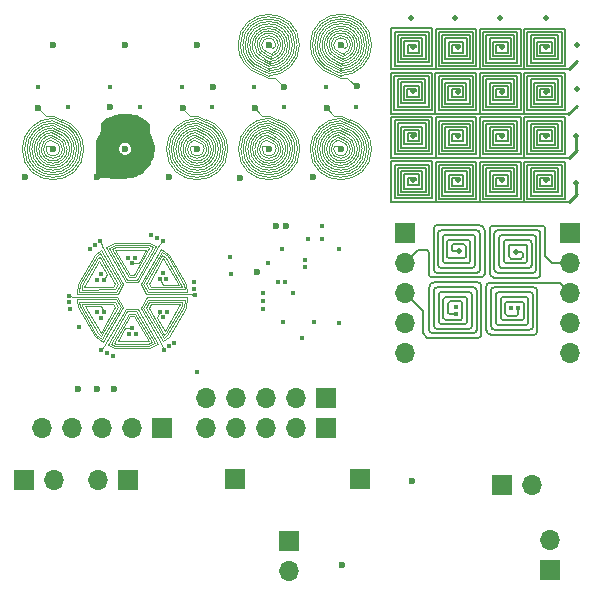
<source format=gbr>
%TF.GenerationSoftware,KiCad,Pcbnew,8.0.3*%
%TF.CreationDate,2024-07-16T20:49:30+03:00*%
%TF.ProjectId,PCBcoil,50434263-6f69-46c2-9e6b-696361645f70,rev?*%
%TF.SameCoordinates,Original*%
%TF.FileFunction,Copper,L5,Inr*%
%TF.FilePolarity,Positive*%
%FSLAX46Y46*%
G04 Gerber Fmt 4.6, Leading zero omitted, Abs format (unit mm)*
G04 Created by KiCad (PCBNEW 8.0.3) date 2024-07-16 20:49:30*
%MOMM*%
%LPD*%
G01*
G04 APERTURE LIST*
%TA.AperFunction,Conductor*%
%ADD10C,0.100000*%
%TD*%
%TA.AperFunction,ComponentPad*%
%ADD11R,1.700000X1.700000*%
%TD*%
%TA.AperFunction,ComponentPad*%
%ADD12O,1.700000X1.700000*%
%TD*%
%TA.AperFunction,ViaPad*%
%ADD13C,0.600000*%
%TD*%
%TA.AperFunction,ViaPad*%
%ADD14C,0.400000*%
%TD*%
%TA.AperFunction,ViaPad*%
%ADD15C,0.500000*%
%TD*%
%TA.AperFunction,Conductor*%
%ADD16C,0.130000*%
%TD*%
%TA.AperFunction,Conductor*%
%ADD17C,0.200000*%
%TD*%
%TA.AperFunction,Conductor*%
%ADD18C,0.250000*%
%TD*%
G04 APERTURE END LIST*
D10*
%TO.N,unconnected-(U2-SENSEU-Pad4)*%
X116206091Y-89222113D02*
G75*
G02*
X117602679Y-91128913I-603391J-1906787D01*
G01*
%TO.N,Net-(D1B-K)*%
X103498404Y-102412069D02*
X101778404Y-99432069D01*
%TO.N,unconnected-(U2-SENSEU-Pad4)*%
X109933545Y-89800667D02*
X109444544Y-89536816D01*
X115275835Y-83289442D02*
G75*
G02*
X114577543Y-82336042I301765J953442D01*
G01*
%TO.N,Net-(D1B-K)*%
X105584355Y-104277687D02*
X105414355Y-104572136D01*
X106684156Y-107152777D02*
X106994060Y-106916007D01*
%TO.N,unconnected-(U2-SENSEU-Pad4)*%
X123677673Y-91128913D02*
G75*
G02*
X119677673Y-91128913I-2000000J0D01*
G01*
%TO.N,Net-(D1B-K)*%
X105408019Y-102526164D02*
X105578019Y-102820612D01*
%TO.N,unconnected-(U2-SENSEU-Pad4)*%
X120279964Y-82322292D02*
G75*
G02*
X123079960Y-82322292I1399998J1D01*
G01*
X113377544Y-82336042D02*
G75*
G02*
X117777544Y-82336042I2200000J0D01*
G01*
X119879964Y-82322292D02*
G75*
G02*
X123479964Y-82322292I1800000J0D01*
G01*
%TO.N,Net-(D1B-K)*%
X104723404Y-102540375D02*
X105223404Y-103406401D01*
X108582265Y-104565156D02*
X107162265Y-107024668D01*
%TO.N,unconnected-(U2-SENSEU-Pad4)*%
X122277673Y-91128913D02*
G75*
G02*
X121077673Y-91128913I-600000J0D01*
G01*
%TO.N,Net-(D1B-K)*%
X105408019Y-102526164D02*
X106641314Y-100382292D01*
%TO.N,unconnected-(U2-SENSEU-Pad4)*%
X114913784Y-84433522D02*
G75*
G02*
X113377543Y-82336042I663816J2097522D01*
G01*
X114602673Y-91128913D02*
G75*
G02*
X115398708Y-90149881I999927J113D01*
G01*
X116206091Y-89222113D02*
X115602673Y-88928913D01*
%TO.N,Net-(D1B-K)*%
X103608404Y-102212069D02*
X104388404Y-102212069D01*
%TO.N,unconnected-(U2-SENSEU-Pad4)*%
X120677673Y-91128913D02*
G75*
G02*
X121473708Y-90149881I999927J113D01*
G01*
%TO.N,Net-(D1B-K)*%
X102638404Y-99472069D02*
X105328404Y-99472069D01*
%TO.N,unconnected-(U2-SENSEU-Pad4)*%
X114853442Y-84624202D02*
X115577544Y-84936042D01*
X115904382Y-90175513D02*
X115429908Y-89941156D01*
%TO.N,Net-(D1B-K)*%
X101477902Y-107231636D02*
X100971395Y-106854341D01*
%TO.N,unconnected-(U2-SENSEU-Pad4)*%
X97972459Y-89034395D02*
X97308699Y-88731875D01*
%TO.N,Net-(D1B-K)*%
X101948404Y-107738388D02*
X102568404Y-108018388D01*
%TO.N,unconnected-(U2-SENSEU-Pad4)*%
X115215415Y-83480368D02*
G75*
G02*
X114377572Y-82311043I362085J1144268D01*
G01*
%TO.N,Net-(D1B-K)*%
X108447820Y-103011253D02*
X108397724Y-102624484D01*
X105341609Y-103211138D02*
X108643442Y-103210080D01*
X103438404Y-106318388D02*
X102808404Y-107418388D01*
X107007724Y-100216933D02*
X108397724Y-102624484D01*
%TO.N,unconnected-(U2-SENSEU-Pad4)*%
X117802673Y-91128913D02*
G75*
G02*
X113402673Y-91128913I-2200000J0D01*
G01*
X120679964Y-82322292D02*
G75*
G02*
X122679964Y-82322292I1000000J0D01*
G01*
X98908699Y-91131875D02*
G75*
G02*
X95708703Y-91131875I-1599998J-1D01*
G01*
%TO.N,Net-(D1B-K)*%
X104488404Y-104678388D02*
X103488404Y-104678388D01*
%TO.N,unconnected-(U2-SENSEU-Pad4)*%
X122462117Y-88650073D02*
G75*
G02*
X124277705Y-91128913I-784517J-2478927D01*
G01*
X107111153Y-91135425D02*
G75*
G02*
X109511153Y-88735453I2400047J-75D01*
G01*
X116326775Y-88840753D02*
X115602673Y-88528913D01*
%TO.N,Net-(D1B-K)*%
X105348404Y-107618388D02*
X102658404Y-107618388D01*
%TO.N,unconnected-(U2-SENSEU-Pad4)*%
X115034468Y-84052162D02*
X115577544Y-84336042D01*
X97308698Y-89331875D02*
X97791433Y-89606437D01*
X123879964Y-82322292D02*
G75*
G02*
X121679964Y-84522264I-2200064J92D01*
G01*
X116025065Y-89794155D02*
X115536064Y-89530304D01*
%TO.N,Net-(D1B-K)*%
X105466150Y-104082425D02*
X108253271Y-104074989D01*
X103718404Y-102012069D02*
X104278404Y-102012069D01*
%TO.N,unconnected-(U2-SENSEU-Pad4)*%
X94908699Y-91131875D02*
G75*
G02*
X97308699Y-88731899I2400001J-25D01*
G01*
X113977544Y-82336042D02*
G75*
G02*
X117177540Y-82336042I1599998J1D01*
G01*
%TO.N,Net-(D1B-K)*%
X105938404Y-107568388D02*
X105358404Y-107818388D01*
%TO.N,unconnected-(U2-SENSEU-Pad4)*%
X117977544Y-82336042D02*
G75*
G02*
X115577544Y-84736044I-2399944J-58D01*
G01*
X111311153Y-91135425D02*
G75*
G02*
X107711153Y-91135425I-1800000J0D01*
G01*
%TO.N,Net-(D1B-K)*%
X102401100Y-104250662D02*
X99771562Y-104256169D01*
%TO.N,unconnected-(U2-SENSEU-Pad4)*%
X97851775Y-89415755D02*
G75*
G02*
X99108654Y-91131875I-543175J-1716145D01*
G01*
X117202673Y-91128913D02*
G75*
G02*
X114002677Y-91128913I-1599998J-1D01*
G01*
X115094810Y-83861480D02*
G75*
G02*
X113977545Y-82336042I482790J1525480D01*
G01*
X121257572Y-83657050D02*
G75*
G02*
X120279929Y-82322292I422328J1334750D01*
G01*
%TO.N,Net-(D1B-K)*%
X105223404Y-103406401D02*
X108873404Y-103406401D01*
%TO.N,unconnected-(U2-SENSEU-Pad4)*%
X97550066Y-90369155D02*
X97104745Y-90152894D01*
X121438597Y-83085012D02*
G75*
G02*
X120880022Y-82322292I241303J762612D01*
G01*
%TO.N,Net-(D1B-K)*%
X104388404Y-102212069D02*
X106038404Y-99352069D01*
%TO.N,unconnected-(U2-SENSEU-Pad4)*%
X115155152Y-83670800D02*
X115644153Y-83934651D01*
X97610408Y-90178475D02*
X97135934Y-89944118D01*
%TO.N,Net-(D1B-K)*%
X102653846Y-103220843D02*
X103043846Y-102545343D01*
X106609778Y-107421603D02*
X107162265Y-107024668D01*
%TO.N,unconnected-(U2-SENSEU-Pad4)*%
X121438597Y-83085012D02*
X121883918Y-83301273D01*
%TO.N,Net-(D1B-K)*%
X102571100Y-104545111D02*
X101337806Y-106688982D01*
X105578019Y-102820612D02*
X108207557Y-102815106D01*
%TO.N,unconnected-(U2-SENSEU-Pad4)*%
X115783698Y-90556875D02*
X115367404Y-90364290D01*
%TO.N,Net-(D1B-K)*%
X102637510Y-103860136D02*
X99335677Y-103861195D01*
X102772051Y-103416106D02*
X99331295Y-103415669D01*
X104548404Y-100772069D02*
X105178404Y-99672069D01*
%TO.N,unconnected-(U2-SENSEU-Pad4)*%
X98508699Y-91156875D02*
G75*
G02*
X96108441Y-91131875I-1199999J24975D01*
G01*
%TO.N,Net-(D1B-K)*%
X102578404Y-99072069D02*
X105418404Y-99072069D01*
%TO.N,unconnected-(U2-SENSEU-Pad4)*%
X124077673Y-91128913D02*
G75*
G02*
X119277673Y-91128913I-2400000J0D01*
G01*
X122880220Y-82322292D02*
G75*
G02*
X121852724Y-83510013I-1200320J92D01*
G01*
%TO.N,Net-(D1B-K)*%
X105398404Y-107418388D02*
X102808404Y-107418388D01*
%TO.N,unconnected-(U2-SENSEU-Pad4)*%
X122039802Y-89984587D02*
G75*
G02*
X122877635Y-91153912I-362302J-1144413D01*
G01*
%TO.N,Net-(D1B-K)*%
X103828404Y-101812069D02*
X104168404Y-101812069D01*
%TO.N,unconnected-(U2-SENSEU-Pad4)*%
X123679964Y-82322292D02*
G75*
G02*
X121679964Y-84322264I-2000064J92D01*
G01*
%TO.N,Net-(D1B-K)*%
X102772051Y-103416106D02*
X103272051Y-102550080D01*
%TO.N,unconnected-(U2-SENSEU-Pad4)*%
X110511153Y-91135425D02*
G75*
G02*
X108511153Y-91135425I-1000000J0D01*
G01*
X116777800Y-82336042D02*
G75*
G02*
X115750310Y-83523808I-1200200J-58D01*
G01*
X116085407Y-89603475D02*
G75*
G02*
X117202677Y-91128913I-482707J-1525425D01*
G01*
X109812862Y-90182025D02*
X109338388Y-89947668D01*
%TO.N,Net-(D1B-K)*%
X105668404Y-107488388D02*
X105348404Y-107618388D01*
%TO.N,unconnected-(U2-SENSEU-Pad4)*%
X109933545Y-89800667D02*
G75*
G02*
X110911160Y-91135425I-422345J-1334733D01*
G01*
X110111153Y-91135425D02*
G75*
G02*
X108911153Y-91135425I-600000J0D01*
G01*
X121498939Y-82894330D02*
X121915233Y-83086915D01*
%TO.N,Net-(D1B-K)*%
X102519305Y-104055399D02*
X99531299Y-104060021D01*
%TO.N,unconnected-(U2-SENSEU-Pad4)*%
X121016204Y-84419772D02*
X121679964Y-84722292D01*
X118177544Y-82336042D02*
G75*
G02*
X115577544Y-84936044I-2599944J-58D01*
G01*
%TO.N,Net-(D1B-K)*%
X104957945Y-104562662D02*
X106609778Y-107421603D01*
%TO.N,unconnected-(U2-SENSEU-Pad4)*%
X108511153Y-91135425D02*
G75*
G02*
X109307199Y-90156444I999847J125D01*
G01*
X113602673Y-91128913D02*
G75*
G02*
X115602673Y-89128873I1999927J113D01*
G01*
%TO.N,Net-(D1B-K)*%
X107155929Y-100073632D02*
X108575929Y-102533144D01*
X100971395Y-106854341D02*
X99581395Y-104446791D01*
%TO.N,unconnected-(U2-SENSEU-Pad4)*%
X115034468Y-84052162D02*
G75*
G02*
X113777543Y-82336042I543132J1716162D01*
G01*
X121317835Y-83466618D02*
G75*
G02*
X120479972Y-82297292I362265J1144418D01*
G01*
X115215415Y-83480368D02*
X115706227Y-83730112D01*
X109511152Y-89335425D02*
X109993887Y-89609987D01*
X97670828Y-89987549D02*
X97180016Y-89737805D01*
%TO.N,Net-(D1B-K)*%
X102218404Y-107668388D02*
X102578404Y-107818388D01*
%TO.N,unconnected-(U2-SENSEU-Pad4)*%
X120895520Y-84801132D02*
X121679964Y-85122292D01*
X109692178Y-90563387D02*
G75*
G02*
X110111160Y-91135425I-180978J-572013D01*
G01*
X113202673Y-91128913D02*
G75*
G02*
X115602673Y-88728873I2399927J113D01*
G01*
X122477673Y-91128913D02*
G75*
G02*
X120877673Y-91128913I-800000J0D01*
G01*
X110711153Y-91160425D02*
G75*
G02*
X108310988Y-91135425I-1199953J24925D01*
G01*
X114793100Y-84814882D02*
G75*
G02*
X112977543Y-82336042I784500J2478882D01*
G01*
X110174913Y-89037945D02*
X109511153Y-88735425D01*
X99308699Y-91131875D02*
G75*
G02*
X95308699Y-91131875I-2000000J0D01*
G01*
X99508699Y-91131875D02*
G75*
G02*
X95108699Y-91131875I-2200000J0D01*
G01*
X114002677Y-91128913D02*
G75*
G02*
X115536062Y-89530261I1599923J113D01*
G01*
%TO.N,Net-(D1B-K)*%
X101534959Y-107510463D02*
X100823190Y-106997642D01*
%TO.N,unconnected-(U2-SENSEU-Pad4)*%
X113577544Y-82336042D02*
G75*
G02*
X117577544Y-82336042I2000000J0D01*
G01*
X114974126Y-84242842D02*
G75*
G02*
X113577543Y-82336042I603474J1906842D01*
G01*
X121378255Y-83275692D02*
G75*
G02*
X120679971Y-82322292I301845J953492D01*
G01*
X119077673Y-91128913D02*
G75*
G02*
X121677673Y-88528873I2599927J113D01*
G01*
X124279964Y-82322292D02*
G75*
G02*
X121679964Y-84922264I-2600064J92D01*
G01*
X108310897Y-91135425D02*
G75*
G02*
X109338389Y-89947675I1200103J125D01*
G01*
X119277673Y-91128913D02*
G75*
G02*
X121677673Y-88728873I2399927J113D01*
G01*
X121677672Y-89328913D02*
X122160407Y-89603475D01*
X114777544Y-82336042D02*
G75*
G02*
X116377544Y-82336042I800000J0D01*
G01*
%TO.N,Net-(D1B-K)*%
X101337806Y-106688982D02*
X100042806Y-104445976D01*
%TO.N,unconnected-(U2-SENSEU-Pad4)*%
X116202673Y-91128913D02*
G75*
G02*
X115002673Y-91128913I-600000J0D01*
G01*
X109873282Y-89991099D02*
X109382470Y-89741355D01*
X120079964Y-82322292D02*
G75*
G02*
X123279960Y-82322292I1599998J1D01*
G01*
%TO.N,Net-(D1B-K)*%
X108643442Y-103210080D02*
X108575929Y-102533144D01*
%TO.N,unconnected-(U2-SENSEU-Pad4)*%
X97731091Y-89797117D02*
G75*
G02*
X98708747Y-91131875I-422491J-1334883D01*
G01*
%TO.N,Net-(D1B-K)*%
X105414355Y-104572136D02*
X106733893Y-106846629D01*
%TO.N,unconnected-(U2-SENSEU-Pad4)*%
X114853442Y-84624202D02*
G75*
G02*
X113177543Y-82336042I724158J2288202D01*
G01*
X112977544Y-82336042D02*
G75*
G02*
X118177544Y-82336042I2600000J0D01*
G01*
X109752520Y-90372705D02*
G75*
G02*
X110311136Y-91135425I-241220J-762595D01*
G01*
%TO.N,Net-(D1B-K)*%
X108384060Y-104508457D02*
X106994060Y-106916007D01*
X106668686Y-102629702D02*
X107936314Y-102625298D01*
X108457553Y-103881162D02*
X108384060Y-104508457D01*
X102815641Y-102540606D02*
X101317635Y-99955228D01*
%TO.N,unconnected-(U2-SENSEU-Pad4)*%
X114793100Y-84814882D02*
X115577544Y-85136042D01*
X120877673Y-91128913D02*
G75*
G02*
X121442387Y-90364236I799927J113D01*
G01*
X109993887Y-89609987D02*
G75*
G02*
X111111160Y-91135425I-482687J-1525413D01*
G01*
%TO.N,Net-(D1B-K)*%
X104268404Y-105078388D02*
X105668404Y-107488388D01*
%TO.N,unconnected-(U2-SENSEU-Pad4)*%
X99908699Y-91131875D02*
G75*
G02*
X94708699Y-91131875I-2600000J0D01*
G01*
%TO.N,Net-(D1B-K)*%
X105347945Y-103887162D02*
X104957945Y-104562662D01*
%TO.N,unconnected-(U2-SENSEU-Pad4)*%
X115336177Y-83098762D02*
X115781498Y-83315023D01*
X94708699Y-91131875D02*
G75*
G02*
X97308699Y-88531899I2600001J-25D01*
G01*
%TO.N,Net-(D1B-K)*%
X104168404Y-101812069D02*
X105478404Y-99532069D01*
X103255715Y-104530899D02*
X102755715Y-103664874D01*
X103818404Y-105278388D02*
X102508404Y-107558388D01*
%TO.N,unconnected-(U2-SENSEU-Pad4)*%
X99708699Y-91131875D02*
G75*
G02*
X94908699Y-91131875I-2400000J0D01*
G01*
X114202677Y-91128913D02*
G75*
G02*
X115473986Y-89734798I1399923J113D01*
G01*
X122677673Y-91128913D02*
G75*
G02*
X120677673Y-91128913I-1000000J0D01*
G01*
%TO.N,Net-(D1B-K)*%
X103828404Y-101812069D02*
X102588404Y-99672069D01*
%TO.N,unconnected-(U2-SENSEU-Pad4)*%
X114402417Y-91128913D02*
G75*
G02*
X115429901Y-89941107I1200183J113D01*
G01*
X111711153Y-91135425D02*
G75*
G02*
X107311153Y-91135425I-2200000J0D01*
G01*
%TO.N,Net-(D1B-K)*%
X103043846Y-102545343D02*
X101392013Y-99686401D01*
X102318404Y-99602069D02*
X102638404Y-99472069D01*
%TO.N,unconnected-(U2-SENSEU-Pad4)*%
X113777544Y-82336042D02*
G75*
G02*
X117377544Y-82336042I1800000J0D01*
G01*
X121257572Y-83657050D02*
X121746573Y-83920901D01*
X107911157Y-91135425D02*
G75*
G02*
X109444545Y-89536838I1599843J125D01*
G01*
X121136888Y-84038412D02*
X121679964Y-84322292D01*
%TO.N,Net-(D1B-K)*%
X106733893Y-106846629D02*
X106860855Y-106746725D01*
X108670496Y-103692335D02*
X108582265Y-104565156D01*
X103718404Y-102012069D02*
X102318404Y-99602069D01*
%TO.N,unconnected-(U2-SENSEU-Pad4)*%
X114577544Y-82336042D02*
G75*
G02*
X116577544Y-82336042I1000000J0D01*
G01*
X96308699Y-91131875D02*
G75*
G02*
X97104750Y-90152918I1000001J-25D01*
G01*
%TO.N,Net-(D1B-K)*%
X104498404Y-102412069D02*
X106323404Y-99251076D01*
%TO.N,unconnected-(U2-SENSEU-Pad4)*%
X120077677Y-91128913D02*
G75*
G02*
X121611062Y-89530261I1599923J113D01*
G01*
X97851775Y-89415755D02*
X97308699Y-89131875D01*
%TO.N,Net-(D1B-K)*%
X101139600Y-106745681D02*
X99794600Y-104416073D01*
%TO.N,unconnected-(U2-SENSEU-Pad4)*%
X122039802Y-89984587D02*
X121548990Y-89734843D01*
X98032801Y-88843715D02*
X97308699Y-88531875D01*
X116145749Y-89412793D02*
X115602673Y-89128913D01*
X116387117Y-88650073D02*
X115602673Y-88328913D01*
X122679964Y-82322292D02*
G75*
G02*
X121883910Y-83301234I-1000064J92D01*
G01*
X116977540Y-82336042D02*
G75*
G02*
X115706228Y-83730118I-1399940J-58D01*
G01*
X114977544Y-82336042D02*
G75*
G02*
X116177544Y-82336042I600000J0D01*
G01*
X97791433Y-89606437D02*
G75*
G02*
X98908747Y-91131875I-482833J-1525563D01*
G01*
%TO.N,Net-(D1B-K)*%
X105466150Y-104082425D02*
X105186150Y-104567399D01*
X106038404Y-99352069D02*
X105418404Y-99072069D01*
%TO.N,unconnected-(U2-SENSEU-Pad4)*%
X115396519Y-82908080D02*
X115812813Y-83100665D01*
X121378255Y-83275692D02*
X121852729Y-83510049D01*
X121858698Y-90556875D02*
X121442404Y-90364290D01*
X115275835Y-83289442D02*
X115750309Y-83523799D01*
%TO.N,Net-(D1B-K)*%
X99419526Y-102542849D02*
X100839526Y-100083337D01*
%TO.N,unconnected-(U2-SENSEU-Pad4)*%
X122401775Y-88840753D02*
X121677673Y-88528913D01*
X121919040Y-90366193D02*
X121473719Y-90149932D01*
%TO.N,Net-(D1B-K)*%
X103027510Y-104535636D02*
X102637510Y-103860136D01*
%TO.N,unconnected-(U2-SENSEU-Pad4)*%
X122479964Y-82322292D02*
G75*
G02*
X121915220Y-83086874I-800064J92D01*
G01*
%TO.N,Net-(D1B-K)*%
X102417436Y-102830317D02*
X99944141Y-102834189D01*
%TO.N,unconnected-(U2-SENSEU-Pad4)*%
X95708703Y-91131875D02*
G75*
G02*
X97242091Y-89533290I1599997J-25D01*
G01*
%TO.N,Net-(D1B-K)*%
X104729740Y-104557924D02*
X106554740Y-107718917D01*
%TO.N,unconnected-(U2-SENSEU-Pad4)*%
X121498939Y-82894330D02*
G75*
G02*
X121079929Y-82322292I180961J572030D01*
G01*
X97908699Y-91131875D02*
G75*
G02*
X96708699Y-91131875I-600000J0D01*
G01*
X111111153Y-91135425D02*
G75*
G02*
X107911157Y-91135425I-1599998J-1D01*
G01*
X95508699Y-91131875D02*
G75*
G02*
X97308698Y-89331899I1800001J-25D01*
G01*
%TO.N,Net-(D1B-K)*%
X105459814Y-103015875D02*
X108447820Y-103011253D01*
%TO.N,unconnected-(U2-SENSEU-Pad4)*%
X119079964Y-82322292D02*
G75*
G02*
X124279964Y-82322292I2600000J0D01*
G01*
%TO.N,Net-(D1B-K)*%
X101412184Y-106957809D02*
X101139600Y-106745681D01*
%TO.N,unconnected-(U2-SENSEU-Pad4)*%
X115904382Y-90175513D02*
G75*
G02*
X116602679Y-91128913I-301682J-953387D01*
G01*
%TO.N,Net-(D1B-K)*%
X102799305Y-104540373D02*
X102519305Y-104055399D01*
X106125022Y-105421226D02*
X106762649Y-106516822D01*
X101392013Y-99686401D02*
X100839526Y-100083337D01*
%TO.N,unconnected-(U2-SENSEU-Pad4)*%
X114802673Y-91128913D02*
G75*
G02*
X115367387Y-90364236I799927J113D01*
G01*
X97550066Y-90369155D02*
G75*
G02*
X98108768Y-91131875I-241166J-762645D01*
G01*
%TO.N,Net-(D1B-K)*%
X106566935Y-100113465D02*
X106839519Y-100325594D01*
%TO.N,unconnected-(U2-SENSEU-Pad4)*%
X111911153Y-91135425D02*
G75*
G02*
X107111153Y-91135425I-2400000J0D01*
G01*
%TO.N,Net-(D1B-K)*%
X105478404Y-99532069D02*
X105328404Y-99472069D01*
X101267898Y-100261375D02*
X101140936Y-100361279D01*
X104951609Y-102535638D02*
X106501217Y-99839639D01*
%TO.N,unconnected-(U2-SENSEU-Pad4)*%
X117002673Y-91128913D02*
G75*
G02*
X114202677Y-91128913I-1399998J-1D01*
G01*
X121317835Y-83466618D02*
X121808647Y-83716362D01*
X110311153Y-91135425D02*
G75*
G02*
X108711153Y-91135425I-800000J0D01*
G01*
X116145749Y-89412793D02*
G75*
G02*
X117402705Y-91128913I-543149J-1716207D01*
G01*
X97912117Y-89225075D02*
X97308699Y-88931875D01*
X116402673Y-91128913D02*
G75*
G02*
X114802673Y-91128913I-800000J0D01*
G01*
%TO.N,Net-(D1B-K)*%
X105408404Y-108018388D02*
X102568404Y-108018388D01*
X102628404Y-99272069D02*
X105408404Y-99272069D01*
%TO.N,unconnected-(U2-SENSEU-Pad4)*%
X110295597Y-88656585D02*
X109511153Y-88335425D01*
X120277677Y-91128913D02*
G75*
G02*
X121548986Y-89734798I1399923J113D01*
G01*
X110054229Y-89419305D02*
G75*
G02*
X111311162Y-91135425I-543029J-1716095D01*
G01*
%TO.N,Net-(D1B-K)*%
X104158404Y-105278388D02*
X103818404Y-105278388D01*
%TO.N,unconnected-(U2-SENSEU-Pad4)*%
X119677673Y-91128913D02*
G75*
G02*
X121677673Y-89128873I1999927J113D01*
G01*
X121919040Y-90366193D02*
G75*
G02*
X122477654Y-91128913I-241240J-762607D01*
G01*
X121016204Y-84419772D02*
G75*
G02*
X119479927Y-82322292I663696J2097472D01*
G01*
X115155152Y-83670800D02*
G75*
G02*
X114177545Y-82336042I422448J1334800D01*
G01*
X123479964Y-82322292D02*
G75*
G02*
X121679965Y-84122264I-1800064J92D01*
G01*
%TO.N,Net-(D1B-K)*%
X102535641Y-103025580D02*
X102815641Y-102540606D01*
X104723404Y-102540375D02*
X106444160Y-99560812D01*
%TO.N,unconnected-(U2-SENSEU-Pad4)*%
X113402673Y-91128913D02*
G75*
G02*
X115602673Y-88928873I2199927J113D01*
G01*
%TO.N,Net-(D1B-K)*%
X105347945Y-103887162D02*
X108457553Y-103881162D01*
%TO.N,unconnected-(U2-SENSEU-Pad4)*%
X121197230Y-83847730D02*
G75*
G02*
X120079929Y-82322292I482670J1525430D01*
G01*
%TO.N,Net-(D1B-K)*%
X102535641Y-103025580D02*
X99748520Y-103033016D01*
X106641314Y-100382292D02*
X107936314Y-102625298D01*
%TO.N,unconnected-(U2-SENSEU-Pad4)*%
X119279964Y-82322292D02*
G75*
G02*
X124079964Y-82322292I2400000J0D01*
G01*
X113002673Y-91128913D02*
G75*
G02*
X115602673Y-88528873I2599927J113D01*
G01*
%TO.N,Net-(D1B-K)*%
X103598404Y-104878388D02*
X101948404Y-107738388D01*
%TO.N,unconnected-(U2-SENSEU-Pad4)*%
X119877673Y-91128913D02*
G75*
G02*
X121677672Y-89328873I1799927J113D01*
G01*
%TO.N,Net-(D1B-K)*%
X106444160Y-99560812D02*
X107155929Y-100073632D01*
%TO.N,unconnected-(U2-SENSEU-Pad4)*%
X110174913Y-89037945D02*
G75*
G02*
X111711162Y-91135425I-663713J-2097455D01*
G01*
X116387117Y-88650073D02*
G75*
G02*
X118202705Y-91128913I-784517J-2478927D01*
G01*
X95908703Y-91131875D02*
G75*
G02*
X97180018Y-89737829I1399997J-25D01*
G01*
%TO.N,Net-(D1B-K)*%
X105229740Y-103691899D02*
X104729740Y-104557924D01*
%TO.N,unconnected-(U2-SENSEU-Pad4)*%
X122341433Y-89031433D02*
G75*
G02*
X123877679Y-91128913I-663733J-2097467D01*
G01*
X112111153Y-91135425D02*
G75*
G02*
X106911153Y-91135425I-2600000J0D01*
G01*
%TO.N,Net-(D1B-K)*%
X100823190Y-106997642D02*
X99403190Y-104538130D01*
X101310433Y-104441572D02*
X100042806Y-104445976D01*
%TO.N,unconnected-(U2-SENSEU-Pad4)*%
X108111157Y-91135425D02*
G75*
G02*
X109382471Y-89741370I1399843J125D01*
G01*
X122462117Y-88650073D02*
X121677673Y-88328913D01*
X116266433Y-89031433D02*
G75*
G02*
X117802679Y-91128913I-663733J-2097467D01*
G01*
X123079960Y-82322292D02*
G75*
G02*
X121808644Y-83716328I-1400060J92D01*
G01*
X109873282Y-89991099D02*
G75*
G02*
X110711117Y-91160424I-362282J-1144401D01*
G01*
%TO.N,Net-(D1B-K)*%
X102653846Y-103220843D02*
X99544238Y-103226842D01*
X106208404Y-107658388D02*
X105408404Y-108018388D01*
%TO.N,unconnected-(U2-SENSEU-Pad4)*%
X109692178Y-90563387D02*
X109275884Y-90370802D01*
%TO.N,Net-(D1B-K)*%
X102571100Y-104545111D02*
X102401100Y-104250662D01*
X104378404Y-104878388D02*
X103598404Y-104878388D01*
X104378404Y-104878388D02*
X105938404Y-107568388D01*
%TO.N,unconnected-(U2-SENSEU-Pad4)*%
X120895520Y-84801132D02*
G75*
G02*
X119079927Y-82322292I784380J2478832D01*
G01*
X107711153Y-91135425D02*
G75*
G02*
X109511152Y-89335453I1800047J-75D01*
G01*
%TO.N,Net-(D1B-K)*%
X104278404Y-102012069D02*
X105768404Y-99422069D01*
X108253271Y-104074989D02*
X108205855Y-104417117D01*
X102587436Y-102535869D02*
X101267898Y-100261375D01*
%TO.N,unconnected-(U2-SENSEU-Pad4)*%
X97912117Y-89225075D02*
G75*
G02*
X99308654Y-91131875I-603517J-1906825D01*
G01*
X121979382Y-90175513D02*
G75*
G02*
X122677679Y-91128913I-301682J-953387D01*
G01*
X97670828Y-89987549D02*
G75*
G02*
X98508749Y-91156876I-362228J-1144451D01*
G01*
X118202673Y-91128913D02*
G75*
G02*
X113002673Y-91128913I-2600000J0D01*
G01*
X117577544Y-82336042D02*
G75*
G02*
X115577544Y-84336044I-1999944J-58D01*
G01*
%TO.N,Net-(D1B-K)*%
X108205855Y-104417117D02*
X106860855Y-106746725D01*
%TO.N,unconnected-(U2-SENSEU-Pad4)*%
X117402673Y-91128913D02*
G75*
G02*
X113802673Y-91128913I-1800000J0D01*
G01*
X95308699Y-91131875D02*
G75*
G02*
X97308699Y-89131899I2000001J-25D01*
G01*
X109812862Y-90182025D02*
G75*
G02*
X110511162Y-91135425I-301662J-953375D01*
G01*
%TO.N,Net-(D1B-K)*%
X99617731Y-102599548D02*
X101007731Y-100191997D01*
%TO.N,unconnected-(U2-SENSEU-Pad4)*%
X115964802Y-89984587D02*
X115473990Y-89734843D01*
X115336177Y-83098762D02*
G75*
G02*
X114777473Y-82336042I241323J762762D01*
G01*
X117377544Y-82336042D02*
G75*
G02*
X115577545Y-84136044I-1799944J-58D01*
G01*
%TO.N,Net-(D1B-K)*%
X102755715Y-103664874D02*
X99105715Y-103664874D01*
%TO.N,unconnected-(U2-SENSEU-Pad4)*%
X115577545Y-84136042D02*
X115094810Y-83861480D01*
X108711153Y-91135425D02*
G75*
G02*
X109275895Y-90370839I800047J-75D01*
G01*
X96108443Y-91131875D02*
G75*
G02*
X97135937Y-89944142I1200257J-25D01*
G01*
X122341433Y-89031433D02*
X121677673Y-88728913D01*
X97731091Y-89797117D02*
X97242090Y-89533266D01*
X120879964Y-82322292D02*
G75*
G02*
X122479964Y-82322292I800000J0D01*
G01*
X122220749Y-89412793D02*
G75*
G02*
X123477705Y-91128913I-543149J-1716207D01*
G01*
X107311153Y-91135425D02*
G75*
G02*
X109511153Y-88935453I2199847J125D01*
G01*
X110235255Y-88847265D02*
X109511153Y-88535425D01*
%TO.N,Net-(D1B-K)*%
X102799305Y-104540373D02*
X101412184Y-106957809D01*
X103027510Y-104535636D02*
X101477902Y-107231636D01*
%TO.N,unconnected-(U2-SENSEU-Pad4)*%
X122160407Y-89603475D02*
G75*
G02*
X123277677Y-91128913I-482707J-1525425D01*
G01*
X119679964Y-82322292D02*
G75*
G02*
X123679964Y-82322292I2000000J0D01*
G01*
%TO.N,Net-(D1B-K)*%
X105229740Y-103691899D02*
X108670496Y-103692335D01*
%TO.N,unconnected-(U2-SENSEU-Pad4)*%
X113802673Y-91128913D02*
G75*
G02*
X115602672Y-89328873I1799927J113D01*
G01*
%TO.N,Net-(D1B-K)*%
X105358404Y-107818388D02*
X102578404Y-107818388D01*
%TO.N,unconnected-(U2-SENSEU-Pad4)*%
X114974126Y-84242842D02*
X115577544Y-84536042D01*
X122100065Y-89794155D02*
G75*
G02*
X123077677Y-91128913I-422365J-1334745D01*
G01*
X117777544Y-82336042D02*
G75*
G02*
X115577544Y-84536044I-2199944J-58D01*
G01*
X116377544Y-82336042D02*
G75*
G02*
X115812818Y-83100680I-799944J-58D01*
G01*
X97610408Y-90178475D02*
G75*
G02*
X98308654Y-91131875I-301808J-953425D01*
G01*
X122281091Y-89222113D02*
G75*
G02*
X123677679Y-91128913I-603391J-1906787D01*
G01*
%TO.N,Net-(D1B-K)*%
X99544238Y-103226842D02*
X99617731Y-102599548D01*
%TO.N,unconnected-(U2-SENSEU-Pad4)*%
X121079964Y-82322292D02*
G75*
G02*
X122279964Y-82322292I600000J0D01*
G01*
X110114571Y-89228625D02*
G75*
G02*
X111511162Y-91135425I-603371J-1906775D01*
G01*
X116602673Y-91128913D02*
G75*
G02*
X114602673Y-91128913I-1000000J0D01*
G01*
X111511153Y-91135425D02*
G75*
G02*
X107511153Y-91135425I-2000000J0D01*
G01*
X110295597Y-88656585D02*
G75*
G02*
X112111162Y-91135425I-784397J-2478815D01*
G01*
%TO.N,Net-(D1B-K)*%
X102508404Y-107558388D02*
X102658404Y-107618388D01*
%TO.N,unconnected-(U2-SENSEU-Pad4)*%
X122281091Y-89222113D02*
X121677673Y-88928913D01*
X98108699Y-91131875D02*
G75*
G02*
X96508699Y-91131875I-800000J0D01*
G01*
X115396519Y-82908080D02*
G75*
G02*
X114977545Y-82336042I181081J572080D01*
G01*
%TO.N,Net-(D1B-K)*%
X104488404Y-104678388D02*
X106208404Y-107658388D01*
%TO.N,unconnected-(U2-SENSEU-Pad4)*%
X97489724Y-90559837D02*
X97073430Y-90367252D01*
X96508699Y-91131875D02*
G75*
G02*
X97073437Y-90367274I800001J-25D01*
G01*
%TO.N,Net-(D1B-K)*%
X99748520Y-103033016D02*
X99795936Y-102690887D01*
%TO.N,unconnected-(U2-SENSEU-Pad4)*%
X107511153Y-91135425D02*
G75*
G02*
X109511153Y-89135453I1999847J125D01*
G01*
%TO.N,Net-(D1B-K)*%
X103488404Y-104678388D02*
X101663404Y-107839381D01*
X108057649Y-104273816D02*
X106762649Y-106516822D01*
X99944141Y-102834189D02*
X101239141Y-100591183D01*
%TO.N,unconnected-(U2-SENSEU-Pad4)*%
X115844040Y-90366193D02*
G75*
G02*
X116402654Y-91128913I-241240J-762607D01*
G01*
%TO.N,Net-(D1B-K)*%
X99335677Y-103861195D02*
X99403190Y-104538130D01*
%TO.N,unconnected-(U2-SENSEU-Pad4)*%
X109752520Y-90372705D02*
X109307199Y-90156444D01*
X123279960Y-82322292D02*
G75*
G02*
X121746572Y-83920870I-1600060J92D01*
G01*
X121076546Y-84229092D02*
X121679964Y-84522292D01*
X98093143Y-88653035D02*
G75*
G02*
X99908749Y-91131875I-784543J-2478965D01*
G01*
X113177544Y-82336042D02*
G75*
G02*
X117977544Y-82336042I2400000J0D01*
G01*
%TO.N,Net-(D1B-K)*%
X103255715Y-104530899D02*
X101534959Y-107510463D01*
%TO.N,unconnected-(U2-SENSEU-Pad4)*%
X121136888Y-84038412D02*
G75*
G02*
X119879927Y-82322292I543012J1716112D01*
G01*
X119477673Y-91128913D02*
G75*
G02*
X121677673Y-88928873I2199927J113D01*
G01*
X124079964Y-82322292D02*
G75*
G02*
X121679964Y-84722264I-2400064J92D01*
G01*
X121679965Y-84122292D02*
X121197230Y-83847730D01*
X121858698Y-90556875D02*
G75*
G02*
X122277677Y-91128913I-180998J-572025D01*
G01*
X119479964Y-82322292D02*
G75*
G02*
X123879964Y-82322292I2200000J0D01*
G01*
X110114571Y-89228625D02*
X109511153Y-88935425D01*
%TO.N,Net-(D1B-K)*%
X105186150Y-104567399D02*
X106684156Y-107152777D01*
X105179814Y-102530901D02*
X106566935Y-100113465D01*
%TO.N,unconnected-(U2-SENSEU-Pad4)*%
X117602673Y-91128913D02*
G75*
G02*
X113602673Y-91128913I-2000000J0D01*
G01*
X114177544Y-82336042D02*
G75*
G02*
X116977540Y-82336042I1399998J1D01*
G01*
%TO.N,Net-(D1B-K)*%
X108207557Y-102815106D02*
X108184519Y-102655202D01*
X106501217Y-99839639D02*
X107007724Y-100216933D01*
X103608404Y-102212069D02*
X102048404Y-99522069D01*
%TO.N,unconnected-(U2-SENSEU-Pad4)*%
X116025065Y-89794155D02*
G75*
G02*
X117002677Y-91128913I-422365J-1334745D01*
G01*
X116326775Y-88840753D02*
G75*
G02*
X118002679Y-91128913I-724075J-2288147D01*
G01*
X98032801Y-88843715D02*
G75*
G02*
X99708749Y-91131875I-724201J-2288285D01*
G01*
X95108699Y-91131875D02*
G75*
G02*
X97308699Y-88931899I2200001J-25D01*
G01*
X122877673Y-91153913D02*
G75*
G02*
X120477466Y-91128913I-1199973J25013D01*
G01*
X114377544Y-82311042D02*
G75*
G02*
X116777716Y-82336042I1199956J-24958D01*
G01*
X122401775Y-88840753D02*
G75*
G02*
X124077679Y-91128913I-724075J-2288147D01*
G01*
%TO.N,Net-(D1B-K)*%
X101317635Y-99955228D02*
X101007731Y-100191997D01*
%TO.N,unconnected-(U2-SENSEU-Pad4)*%
X98708699Y-91131875D02*
G75*
G02*
X95908703Y-91131875I-1399998J-1D01*
G01*
%TO.N,Net-(D1B-K)*%
X99771562Y-104256169D02*
X99794600Y-104416073D01*
X103708404Y-105078388D02*
X102218404Y-107668388D01*
%TO.N,unconnected-(U2-SENSEU-Pad4)*%
X123877673Y-91128913D02*
G75*
G02*
X119477673Y-91128913I-2200000J0D01*
G01*
X115602672Y-89328913D02*
X116085407Y-89603475D01*
X110235255Y-88847265D02*
G75*
G02*
X111911162Y-91135425I-724055J-2288135D01*
G01*
X115844040Y-90366193D02*
X115398719Y-90149932D01*
%TO.N,Net-(D1B-K)*%
X104951609Y-102535638D02*
X105341609Y-103211138D01*
%TO.N,unconnected-(U2-SENSEU-Pad4)*%
X116266433Y-89031433D02*
X115602673Y-88728913D01*
X121076546Y-84229092D02*
G75*
G02*
X119679927Y-82322292I603354J1906792D01*
G01*
%TO.N,Net-(D1B-K)*%
X104158404Y-105278388D02*
X105398404Y-107418388D01*
X102417436Y-102830317D02*
X102587436Y-102535869D01*
X99795936Y-102690887D02*
X101140936Y-100361279D01*
X102588404Y-99672069D02*
X105178404Y-99672069D01*
X99331295Y-103415669D02*
X99419526Y-102542849D01*
X101876769Y-101686779D02*
X101239141Y-100591183D01*
%TO.N,unconnected-(U2-SENSEU-Pad4)*%
X97489724Y-90559837D02*
G75*
G02*
X97908747Y-91131875I-181124J-572163D01*
G01*
X120955862Y-84610452D02*
G75*
G02*
X119279927Y-82322292I724038J2288152D01*
G01*
X106911153Y-91135425D02*
G75*
G02*
X109511153Y-88535453I2599847J125D01*
G01*
X115964802Y-89984587D02*
G75*
G02*
X116802635Y-91153912I-362302J-1144413D01*
G01*
%TO.N,Net-(D1B-K)*%
X105768404Y-99422069D02*
X105408404Y-99272069D01*
X99531299Y-104060021D02*
X99581395Y-104446791D01*
X105179814Y-102530901D02*
X105459814Y-103015875D01*
%TO.N,unconnected-(U2-SENSEU-Pad4)*%
X114913784Y-84433522D02*
X115577544Y-84736042D01*
X116577544Y-82336042D02*
G75*
G02*
X115781500Y-83315034I-999944J-58D01*
G01*
X118002673Y-91128913D02*
G75*
G02*
X113202673Y-91128913I-2400000J0D01*
G01*
X123277673Y-91128913D02*
G75*
G02*
X120077677Y-91128913I-1599998J-1D01*
G01*
X120477417Y-91128913D02*
G75*
G02*
X121504901Y-89941107I1200183J113D01*
G01*
X124277673Y-91128913D02*
G75*
G02*
X119077673Y-91128913I-2600000J0D01*
G01*
X110911153Y-91135425D02*
G75*
G02*
X108111157Y-91135425I-1399998J-1D01*
G01*
X122100065Y-89794155D02*
X121611064Y-89530304D01*
X97972459Y-89034395D02*
G75*
G02*
X99508654Y-91131875I-663859J-2097505D01*
G01*
%TO.N,Net-(D1B-K)*%
X106839519Y-100325594D02*
X108184519Y-102655202D01*
%TO.N,unconnected-(U2-SENSEU-Pad4)*%
X110054229Y-89419305D02*
X109511153Y-89135425D01*
X123477673Y-91128913D02*
G75*
G02*
X119877673Y-91128913I-1800000J0D01*
G01*
X117177540Y-82336042D02*
G75*
G02*
X115644153Y-83934655I-1599940J-58D01*
G01*
X121979382Y-90175513D02*
X121504908Y-89941156D01*
X98308699Y-91131875D02*
G75*
G02*
X96308699Y-91131875I-1000000J0D01*
G01*
%TO.N,Net-(D1B-K)*%
X103272051Y-102550080D02*
X101447051Y-99389087D01*
%TO.N,unconnected-(U2-SENSEU-Pad4)*%
X122220749Y-89412793D02*
X121677673Y-89128913D01*
X99108699Y-91131875D02*
G75*
G02*
X95508699Y-91131875I-1800000J0D01*
G01*
X120955862Y-84610452D02*
X121679964Y-84922292D01*
%TO.N,Net-(D1B-K)*%
X103498404Y-102412069D02*
X104498404Y-102412069D01*
%TO.N,unconnected-(U2-SENSEU-Pad4)*%
X115783698Y-90556875D02*
G75*
G02*
X116202677Y-91128913I-180998J-572025D01*
G01*
X120479964Y-82297292D02*
G75*
G02*
X122880297Y-82322292I1200036J-25008D01*
G01*
%TO.N,Net-(D1B-K)*%
X105584355Y-104277687D02*
X108057649Y-104273816D01*
X104268404Y-105078388D02*
X103708404Y-105078388D01*
%TO.N,unconnected-(U2-SENSEU-Pad4)*%
X123077673Y-91128913D02*
G75*
G02*
X120277677Y-91128913I-1399998J-1D01*
G01*
X116802673Y-91153913D02*
G75*
G02*
X114402466Y-91128913I-1199973J25013D01*
G01*
%TO.N,Net-(D1B-K)*%
X102048404Y-99522069D02*
X102628404Y-99272069D01*
X101778404Y-99432069D02*
X102578404Y-99072069D01*
%TO.N,unconnected-(U2-SENSEU-Pad4)*%
X98093143Y-88653035D02*
X97308699Y-88331875D01*
%TD*%
D11*
%TO.N,N/C*%
%TO.C,REF\u002A\u002A*%
X141075000Y-98247500D03*
D12*
X141075000Y-100787500D03*
%TO.N,Net-(D1C-K)*%
X141075000Y-103327500D03*
X141075000Y-105867500D03*
X141075000Y-108407500D03*
%TD*%
D11*
%TO.N,+5V*%
%TO.C,REF\u002A\u002A*%
X139405000Y-126750000D03*
D12*
%TO.N,GND2*%
X139405000Y-124210000D03*
%TD*%
D11*
%TO.N,EN*%
%TO.C,REF\u002A\u002A*%
X120382500Y-114787500D03*
D12*
%TO.N,FAULT*%
X117842500Y-114787500D03*
%TO.N,STBY*%
X115302500Y-114787500D03*
%TO.N,~{SHDN}*%
X112762500Y-114787500D03*
%TO.N,EN_U*%
X110222500Y-114787500D03*
%TD*%
D11*
%TO.N,Net-(D10-K)*%
%TO.C,REF\u002A\u002A*%
X117305000Y-124305000D03*
D12*
%TO.N,Net-(D7-A)*%
X117305000Y-126845000D03*
%TD*%
D11*
%TO.N,N/C*%
%TO.C,REF\u002A\u002A*%
X127075000Y-98247500D03*
D12*
X127075000Y-100787500D03*
%TO.N,Net-(D1C-K)*%
X127075000Y-103327500D03*
X127075000Y-105867500D03*
X127075000Y-108407500D03*
%TD*%
D11*
%TO.N,Net-(Q3-C)*%
%TO.C,REF\u002A\u002A*%
X94870000Y-119145000D03*
D12*
%TO.N,+9V*%
X97410000Y-119145000D03*
%TD*%
D11*
%TO.N,Net-(C14-Pad1)*%
%TO.C,REF\u002A\u002A*%
X112735000Y-119105000D03*
%TD*%
%TO.N,Net-(C16-Pad1)*%
%TO.C,REF\u002A\u002A*%
X103640000Y-119145000D03*
D12*
%TO.N,+9V*%
X101100000Y-119145000D03*
%TD*%
D11*
%TO.N,3.3V*%
%TO.C,REF\u002A\u002A*%
X135325000Y-119578750D03*
D12*
%TO.N,Net-(Q1-C)*%
X137865000Y-119578750D03*
%TD*%
D11*
%TO.N,IN_W*%
%TO.C,REF\u002A\u002A*%
X120382500Y-112257500D03*
D12*
%TO.N,EN_W*%
X117842500Y-112257500D03*
%TO.N,IN_V*%
X115302500Y-112257500D03*
%TO.N,EN_V*%
X112762500Y-112257500D03*
%TO.N,IN_U*%
X110222500Y-112257500D03*
%TD*%
D11*
%TO.N,Net-(D3-A)*%
%TO.C,REF\u002A\u002A*%
X123315000Y-119095000D03*
%TD*%
%TO.N,GND*%
%TO.C,REF\u002A\u002A*%
X106522500Y-114777500D03*
D12*
%TO.N,Net-(J1-Pin_1)*%
X103982500Y-114777500D03*
%TO.N,Net-(J1-Pin_2)*%
X101442500Y-114777500D03*
%TO.N,Net-(J1-Pin_3)*%
X98902500Y-114777500D03*
%TO.N,3.3V*%
X96362500Y-114777500D03*
%TD*%
D13*
%TO.N,GND4*%
X94960000Y-93515000D03*
X101010000Y-93465000D03*
D14*
%TO.N,*%
X103688404Y-100322069D03*
X106944733Y-104901444D03*
D15*
X127617276Y-80044006D03*
D14*
X104028404Y-106298388D03*
D15*
X135317276Y-86274006D03*
D14*
X106402701Y-104900271D03*
D15*
X127817276Y-86249006D03*
D14*
X102347562Y-108645750D03*
D15*
X127829776Y-82499006D03*
D14*
X101311917Y-98959856D03*
X103718404Y-106758388D03*
D15*
X131377276Y-80044006D03*
X131650000Y-99802500D03*
D14*
X100406636Y-99578401D03*
D15*
X141585000Y-90065000D03*
D14*
X101350722Y-105411354D03*
D15*
X141645000Y-86065000D03*
D14*
X107595155Y-107529603D03*
X101069382Y-104904060D03*
D15*
X131567276Y-86274006D03*
D14*
X106132373Y-98676072D03*
X100853567Y-99267023D03*
X109229661Y-102410718D03*
X98666423Y-103567288D03*
D15*
X131579776Y-93774006D03*
D14*
X103958404Y-100792069D03*
D15*
X141655000Y-82335000D03*
D14*
X101057058Y-102206561D03*
D15*
X135329776Y-90024006D03*
X139067276Y-86274006D03*
X131579776Y-82524006D03*
D14*
X109312696Y-103503987D03*
D15*
X135329776Y-82524006D03*
D14*
X106628397Y-101659920D03*
X101359246Y-108171026D03*
X101854435Y-108414385D03*
X98749458Y-104660557D03*
X106909737Y-102167215D03*
X101599090Y-102207734D03*
D15*
X139079776Y-93774006D03*
D14*
X98703262Y-104117814D03*
D15*
X127829776Y-93749006D03*
D14*
X106627562Y-98919431D03*
D15*
X139079776Y-90024006D03*
D14*
X104268404Y-100332069D03*
X107148224Y-107840981D03*
D15*
X127829776Y-89999006D03*
D14*
X131408118Y-105098669D03*
X109275857Y-102953461D03*
D15*
X135329776Y-93774006D03*
D14*
X104298404Y-106768388D03*
D15*
X141575000Y-94055000D03*
D14*
X101355718Y-101709266D03*
X136669975Y-104627846D03*
X106356365Y-102128747D03*
X106689874Y-108148148D03*
D15*
X131579776Y-90024006D03*
X139037276Y-80034006D03*
D14*
X106646073Y-105398738D03*
X101622754Y-104942527D03*
D15*
X136475000Y-99827500D03*
X135187276Y-80054006D03*
D14*
X105625641Y-98415580D03*
D15*
X139079776Y-82524006D03*
D14*
%TO.N,GND*%
X109542500Y-109977500D03*
X115472500Y-100797500D03*
X121500000Y-99597500D03*
D13*
X113183698Y-93581875D03*
D14*
X116675641Y-99595580D03*
X112412500Y-101677500D03*
D13*
X119283698Y-93531875D03*
D14*
%TO.N,V_Mot<5V*%
X112332500Y-100237500D03*
X117662500Y-103337500D03*
%TO.N,Net-(D1C-K)*%
X131400288Y-104527500D03*
X115082500Y-104647500D03*
X136098806Y-104635676D03*
%TO.N,Net-(D1B-K)*%
X99535641Y-106185580D03*
X115072500Y-103997500D03*
%TO.N,Net-(D1A-K)*%
X115092500Y-103347500D03*
D13*
%TO.N,IN_W*%
X116222500Y-97657500D03*
D14*
%TO.N,EN_V*%
X118648195Y-101154508D03*
D13*
%TO.N,unconnected-(U2-SENSEU-Pad4)*%
X114435000Y-87655000D03*
D14*
X108230000Y-85847327D03*
D13*
X103415189Y-82332155D03*
X115583678Y-82331892D03*
X96045000Y-87655000D03*
D14*
X122948511Y-87606594D03*
D13*
X110855000Y-85925000D03*
X115588322Y-91121766D03*
X121669811Y-91122047D03*
X109494811Y-91122047D03*
X97326300Y-91122328D03*
D14*
X110773511Y-87606594D03*
D13*
X109508700Y-82331874D03*
D14*
X104698511Y-87606594D03*
X114305000Y-85847327D03*
D13*
X121677211Y-82331593D03*
X123055000Y-85825000D03*
D14*
X96055000Y-85847327D03*
X102136489Y-85847608D03*
D13*
X102135000Y-87615000D03*
X97333700Y-82331874D03*
X103419811Y-91122047D03*
X108295000Y-87625000D03*
X116845000Y-85845000D03*
D14*
X120398511Y-85847046D03*
X98605000Y-87606875D03*
X116867022Y-87606313D03*
D13*
X120485000Y-87625000D03*
D14*
%TO.N,EN_U*%
X116362500Y-102437500D03*
%TO.N,STBY*%
X118892500Y-98767500D03*
D13*
%TO.N,EN_W*%
X117032500Y-97667500D03*
D14*
%TO.N,IN_U*%
X116982500Y-102377500D03*
%TO.N,IN_V*%
X118672502Y-100554998D03*
%TO.N,EN*%
X120082500Y-97667500D03*
%TO.N,~{SHDN}*%
X118352500Y-107097500D03*
%TO.N,+5V*%
X121532500Y-105837500D03*
X116752500Y-105787500D03*
D13*
X114560454Y-101572698D03*
D14*
X120082500Y-98757500D03*
X119400000Y-105787500D03*
D13*
%TO.N,Net-(Q1-C)*%
X127732500Y-119278750D03*
%TO.N,Net-(D7-A)*%
X121777500Y-126387500D03*
%TO.N,Net-(J1-Pin_3)*%
X99450454Y-111452698D03*
%TO.N,Net-(J1-Pin_2)*%
X101020454Y-111452698D03*
%TO.N,Net-(J1-Pin_1)*%
X102510454Y-111482698D03*
%TO.N,GND4*%
X107108698Y-93481875D03*
%TD*%
D16*
%TO.N,*%
X132604776Y-88999006D02*
X132604776Y-91049006D01*
X128567276Y-85499006D02*
X128567276Y-86999006D01*
D17*
X131650000Y-99802500D02*
X131200000Y-99802500D01*
D16*
X128579776Y-92999006D02*
X128579776Y-94499006D01*
D17*
X133450000Y-98302500D02*
X133450000Y-101352500D01*
D16*
X132317276Y-85524006D02*
X132317276Y-87024006D01*
X129692276Y-88149006D02*
X129692276Y-84699006D01*
X132042276Y-85799006D02*
X132042276Y-86749006D01*
X130804776Y-83274006D02*
X130804776Y-82049006D01*
X126779776Y-94774006D02*
X126779776Y-92999006D01*
X127317276Y-86049006D02*
X128017276Y-86049006D01*
X128854776Y-81474006D02*
X128854776Y-83524006D01*
X133442276Y-88149006D02*
X129692276Y-88149006D01*
X129129776Y-92449006D02*
X129129776Y-95049006D01*
X138292276Y-85799006D02*
X139542276Y-85799006D01*
X133142276Y-87849006D02*
X129967276Y-87849006D01*
X129979776Y-84099006D02*
X129979776Y-81224006D01*
X139279776Y-93774006D02*
X139079776Y-93774006D01*
X132054776Y-93299006D02*
X132054776Y-94249006D01*
X134279776Y-83549006D02*
X134279776Y-81774006D01*
X129704776Y-91899006D02*
X129704776Y-88449006D01*
X136079776Y-83274006D02*
X134554776Y-83274006D01*
X130242276Y-85249006D02*
X132592276Y-85249006D01*
X129979776Y-88724006D02*
X132879776Y-88724006D01*
D17*
X128875000Y-99652500D02*
X128450000Y-99652500D01*
D16*
X127329776Y-93549006D02*
X128029776Y-93549006D01*
X128029776Y-93749006D02*
X127829776Y-93749006D01*
X129979776Y-92474006D02*
X132879776Y-92474006D01*
X135804776Y-94249006D02*
X134829776Y-94249006D01*
X127329776Y-89799006D02*
X128029776Y-89799006D01*
X129392276Y-87824006D02*
X126217276Y-87824006D01*
D18*
X140942276Y-88149006D02*
X141637276Y-87454006D01*
D16*
X133454776Y-80949006D02*
X136904776Y-80949006D01*
X140104776Y-94799006D02*
X138029776Y-94799006D01*
X134829776Y-93574006D02*
X135529776Y-93574006D01*
D17*
X132250000Y-99402500D02*
X132250000Y-100252500D01*
D16*
X136904776Y-95349006D02*
X133729776Y-95349006D01*
X129404776Y-80924006D02*
X129404776Y-84074006D01*
X128842276Y-85224006D02*
X128842276Y-87274006D01*
X131779776Y-82524006D02*
X131579776Y-82524006D01*
X132604776Y-91049006D02*
X130529776Y-91049006D01*
X136079776Y-81774006D02*
X136079776Y-83274006D01*
X134817276Y-86074006D02*
X135517276Y-86074006D01*
X137754776Y-95074006D02*
X137754776Y-92749006D01*
X130804776Y-89549006D02*
X132054776Y-89549006D01*
X134554776Y-82049006D02*
X135804776Y-82049006D01*
X133717276Y-87849006D02*
X133717276Y-84974006D01*
X133729776Y-95349006D02*
X133729776Y-92474006D01*
D17*
X139580000Y-100782500D02*
X141070000Y-100782500D01*
D16*
X128854776Y-91024006D02*
X126779776Y-91024006D01*
D17*
X136925000Y-100427500D02*
X136075000Y-100427500D01*
D16*
X137204776Y-92199006D02*
X140654776Y-92199006D01*
X135529776Y-93574006D02*
X135529776Y-93774006D01*
X128292276Y-86724006D02*
X127317276Y-86724006D01*
X128029776Y-89799006D02*
X128029776Y-89999006D01*
X133154776Y-84099006D02*
X129979776Y-84099006D01*
X129404776Y-92174006D02*
X129404776Y-95324006D01*
X132879776Y-83824006D02*
X130254776Y-83824006D01*
X139554776Y-82999006D02*
X138579776Y-82999006D01*
X126504776Y-92724006D02*
X128854776Y-92724006D01*
X132604776Y-92749006D02*
X132604776Y-94799006D01*
X128304776Y-82974006D02*
X127329776Y-82974006D01*
X139554776Y-93299006D02*
X139554776Y-94249006D01*
X140654776Y-84099006D02*
X137479776Y-84099006D01*
X128579776Y-81749006D02*
X128579776Y-83249006D01*
X138304776Y-94524006D02*
X138304776Y-93299006D01*
X131779776Y-93774006D02*
X131579776Y-93774006D01*
X126779776Y-89249006D02*
X128579776Y-89249006D01*
X137204776Y-84399006D02*
X133454776Y-84399006D01*
X137754776Y-83824006D02*
X137754776Y-81499006D01*
X126504776Y-91299006D02*
X126504776Y-88974006D01*
X126504776Y-81474006D02*
X128854776Y-81474006D01*
X138304776Y-93299006D02*
X139554776Y-93299006D01*
D17*
X133850000Y-98002500D02*
X133850000Y-101702500D01*
X138970000Y-100172500D02*
X139580000Y-100782500D01*
D16*
X134004776Y-95074006D02*
X134004776Y-92749006D01*
X136892276Y-87849006D02*
X133717276Y-87849006D01*
X135529776Y-90024006D02*
X135329776Y-90024006D01*
X137204776Y-88449006D02*
X140654776Y-88449006D01*
X135804776Y-93299006D02*
X135804776Y-94249006D01*
X138029776Y-81774006D02*
X139829776Y-81774006D01*
X127329776Y-82974006D02*
X127329776Y-82299006D01*
D17*
X133200000Y-101602500D02*
X129800000Y-101602500D01*
X135625000Y-98827500D02*
X137575000Y-98827500D01*
D16*
X133154776Y-91599006D02*
X129979776Y-91599006D01*
X137192276Y-84699006D02*
X140642276Y-84699006D01*
X126779776Y-83524006D02*
X126779776Y-81749006D01*
X131779776Y-89824006D02*
X131779776Y-90024006D01*
X139279776Y-89824006D02*
X139279776Y-90024006D01*
X134004776Y-91324006D02*
X134004776Y-88999006D01*
X140092276Y-87299006D02*
X138017276Y-87299006D01*
X140954776Y-95649006D02*
X137204776Y-95649006D01*
X140654776Y-88449006D02*
X140654776Y-91599006D01*
X135804776Y-82999006D02*
X134829776Y-82999006D01*
X125954776Y-91899006D02*
X125954776Y-88424006D01*
X126492276Y-87549006D02*
X126492276Y-85224006D01*
X138579776Y-82999006D02*
X138579776Y-82324006D01*
X137479776Y-84099006D02*
X137479776Y-81224006D01*
X134004776Y-92749006D02*
X136354776Y-92749006D01*
X130529776Y-83549006D02*
X130529776Y-81774006D01*
X138567276Y-86074006D02*
X139267276Y-86074006D01*
X126217276Y-87824006D02*
X126217276Y-84949006D01*
X132592276Y-85249006D02*
X132592276Y-87299006D01*
X126767276Y-87274006D02*
X126767276Y-85499006D01*
D17*
X128210000Y-99652500D02*
X127075000Y-100787500D01*
D16*
X138029776Y-89274006D02*
X139829776Y-89274006D01*
X129704776Y-84399006D02*
X125954776Y-84399006D01*
X133729776Y-91599006D02*
X133729776Y-88724006D01*
X134817276Y-86749006D02*
X134817276Y-86074006D01*
X131767276Y-86074006D02*
X131767276Y-86274006D01*
X134279776Y-81774006D02*
X136079776Y-81774006D01*
X133154776Y-88449006D02*
X133154776Y-91599006D01*
X128567276Y-86999006D02*
X127042276Y-86999006D01*
X129979776Y-81224006D02*
X132879776Y-81224006D01*
X137754776Y-81499006D02*
X140104776Y-81499006D01*
X132604776Y-81499006D02*
X132604776Y-83549006D01*
X140104776Y-88999006D02*
X140104776Y-91049006D01*
X125942276Y-84674006D02*
X129392276Y-84674006D01*
X133142276Y-84699006D02*
X133142276Y-87849006D01*
X130529776Y-91049006D02*
X130529776Y-89274006D01*
X140104776Y-83549006D02*
X138029776Y-83549006D01*
X128854776Y-92724006D02*
X128854776Y-94774006D01*
X136904776Y-80949006D02*
X136904776Y-84099006D01*
X131779776Y-93574006D02*
X131779776Y-93774006D01*
X139554776Y-90499006D02*
X138579776Y-90499006D01*
X127317276Y-86724006D02*
X127317276Y-86049006D01*
X140379776Y-81224006D02*
X140379776Y-83824006D01*
X129404776Y-95324006D02*
X126229776Y-95324006D01*
X133154776Y-92199006D02*
X133154776Y-95349006D01*
X136067276Y-87024006D02*
X134542276Y-87024006D01*
X136354776Y-92749006D02*
X136354776Y-94799006D01*
D17*
X131050000Y-99652500D02*
X131050000Y-99352500D01*
X137925000Y-101627500D02*
X134975000Y-101627500D01*
D16*
X134004776Y-88999006D02*
X136354776Y-88999006D01*
D17*
X135075000Y-100977500D02*
X135075000Y-98677500D01*
D16*
X130792276Y-85799006D02*
X132042276Y-85799006D01*
X128304776Y-94224006D02*
X127329776Y-94224006D01*
X134829776Y-82324006D02*
X135529776Y-82324006D01*
X136354776Y-94799006D02*
X134279776Y-94799006D01*
X134829776Y-90499006D02*
X134829776Y-89824006D01*
X130254776Y-81499006D02*
X132604776Y-81499006D01*
X129704776Y-84399006D02*
X129704776Y-80949006D01*
X129967276Y-87849006D02*
X129967276Y-84974006D01*
D17*
X137275000Y-100827500D02*
X135675000Y-100827500D01*
D16*
X134279776Y-94799006D02*
X134279776Y-93024006D01*
D17*
X130550000Y-98402500D02*
X132800000Y-98402500D01*
D16*
X133454776Y-92199006D02*
X136904776Y-92199006D01*
X129704776Y-91899006D02*
X125954776Y-91899006D01*
X135529776Y-82324006D02*
X135529776Y-82524006D01*
X129117276Y-87549006D02*
X126492276Y-87549006D01*
X128579776Y-89249006D02*
X128579776Y-90749006D01*
X134267276Y-85524006D02*
X136067276Y-85524006D01*
D17*
X130650000Y-100252500D02*
X130650000Y-99002500D01*
X134275000Y-101627500D02*
X134275000Y-97927500D01*
D16*
X136354776Y-88999006D02*
X136354776Y-91049006D01*
X129979776Y-95349006D02*
X129979776Y-92474006D01*
X125954776Y-84399006D02*
X125954776Y-80924006D01*
D17*
X132500000Y-100802500D02*
X130550000Y-100802500D01*
D16*
X132054776Y-82049006D02*
X132054776Y-82999006D01*
X138017276Y-87299006D02*
X138017276Y-85524006D01*
X137204776Y-84399006D02*
X137204776Y-80949006D01*
X135517276Y-86274006D02*
X135317276Y-86274006D01*
X131067276Y-86749006D02*
X131067276Y-86074006D01*
X136629776Y-83824006D02*
X134004776Y-83824006D01*
D17*
X138575000Y-98277500D02*
X138575000Y-101777500D01*
D16*
X133442276Y-84699006D02*
X136892276Y-84699006D01*
D17*
X135875000Y-100227500D02*
X135875000Y-99377500D01*
D16*
X134829776Y-82999006D02*
X134829776Y-82324006D01*
D18*
X141559776Y-91381506D02*
X141559776Y-90229006D01*
D16*
X139829776Y-83274006D02*
X138304776Y-83274006D01*
X128017276Y-86049006D02*
X128017276Y-86249006D01*
X133454776Y-91899006D02*
X129704776Y-91899006D01*
X139554776Y-82049006D02*
X139554776Y-82999006D01*
D17*
X132800000Y-101202500D02*
X130150000Y-101202500D01*
D16*
X136904776Y-91599006D02*
X133729776Y-91599006D01*
X134554776Y-89549006D02*
X135804776Y-89549006D01*
X136629776Y-95074006D02*
X134004776Y-95074006D01*
X136067276Y-85524006D02*
X136067276Y-87024006D01*
X129704776Y-92199006D02*
X133154776Y-92199006D01*
X129129776Y-81199006D02*
X129129776Y-83799006D01*
X130254776Y-91324006D02*
X130254776Y-88999006D01*
X139279776Y-82324006D02*
X139279776Y-82524006D01*
X135804776Y-82049006D02*
X135804776Y-82999006D01*
X137479776Y-91599006D02*
X137479776Y-88724006D01*
X128579776Y-90749006D02*
X127054776Y-90749006D01*
X128029776Y-82499006D02*
X127829776Y-82499006D01*
X133729776Y-88724006D02*
X136629776Y-88724006D01*
X137754776Y-88999006D02*
X140104776Y-88999006D01*
X136079776Y-93024006D02*
X136079776Y-94524006D01*
X138579776Y-94249006D02*
X138579776Y-93574006D01*
X138304776Y-89549006D02*
X139554776Y-89549006D01*
X137467276Y-87849006D02*
X137467276Y-84974006D01*
X130529776Y-94799006D02*
X130529776Y-93024006D01*
X130804776Y-93299006D02*
X132054776Y-93299006D01*
X129704776Y-80949006D02*
X133154776Y-80949006D01*
X140642276Y-84699006D02*
X140642276Y-87849006D01*
D17*
X130850000Y-98802500D02*
X132450000Y-98802500D01*
D16*
X125954776Y-92174006D02*
X129404776Y-92174006D01*
X134279776Y-89274006D02*
X136079776Y-89274006D01*
X132329776Y-94524006D02*
X130804776Y-94524006D01*
X132329776Y-83274006D02*
X130804776Y-83274006D01*
X129129776Y-95049006D02*
X126504776Y-95049006D01*
X137479776Y-95349006D02*
X137479776Y-92474006D01*
X138304776Y-90774006D02*
X138304776Y-89549006D01*
X128579776Y-83249006D02*
X127054776Y-83249006D01*
X133729776Y-81224006D02*
X136629776Y-81224006D01*
X139279776Y-90024006D02*
X139079776Y-90024006D01*
X134554776Y-90774006D02*
X134554776Y-89549006D01*
X139817276Y-87024006D02*
X138292276Y-87024006D01*
X138304776Y-83274006D02*
X138304776Y-82049006D01*
D18*
X140954776Y-95649006D02*
X141637276Y-94966506D01*
D16*
X129404776Y-84074006D02*
X126229776Y-84074006D01*
X131079776Y-82324006D02*
X131779776Y-82324006D01*
X127054776Y-89524006D02*
X128304776Y-89524006D01*
X140942276Y-88149006D02*
X137192276Y-88149006D01*
X128304776Y-90474006D02*
X127329776Y-90474006D01*
X134279776Y-91049006D02*
X134279776Y-89274006D01*
X136629776Y-92474006D02*
X136629776Y-95074006D01*
D17*
X138325000Y-102027500D02*
X134675000Y-102027500D01*
D16*
X133454776Y-91899006D02*
X133454776Y-88449006D01*
X128854776Y-88974006D02*
X128854776Y-91024006D01*
X125954776Y-80924006D02*
X129404776Y-80924006D01*
X137204776Y-95649006D02*
X133454776Y-95649006D01*
X129404776Y-91574006D02*
X126229776Y-91574006D01*
X138017276Y-85524006D02*
X139817276Y-85524006D01*
X128029776Y-89999006D02*
X127829776Y-89999006D01*
X140954776Y-91899006D02*
X137204776Y-91899006D01*
X133454776Y-84399006D02*
X129704776Y-84399006D01*
X140367276Y-87574006D02*
X137742276Y-87574006D01*
D17*
X129125000Y-101727500D02*
X129125000Y-99902500D01*
D16*
X136904776Y-84099006D02*
X133729776Y-84099006D01*
D17*
X137475000Y-99377500D02*
X137475000Y-100627500D01*
D16*
X133454776Y-88449006D02*
X136904776Y-88449006D01*
X132054776Y-94249006D02*
X131079776Y-94249006D01*
D17*
X134925000Y-98027500D02*
X138325000Y-98027500D01*
X138975000Y-97877500D02*
X138975000Y-100177500D01*
D16*
X137754776Y-92749006D02*
X140104776Y-92749006D01*
X138029776Y-94799006D02*
X138029776Y-93024006D01*
X133992276Y-87574006D02*
X133992276Y-85249006D01*
D17*
X130200000Y-98002500D02*
X133150000Y-98002500D01*
D16*
X140379776Y-95074006D02*
X137754776Y-95074006D01*
X129704776Y-95649006D02*
X129704776Y-92199006D01*
X131067276Y-86074006D02*
X131767276Y-86074006D01*
D17*
X129800000Y-97602500D02*
X133450000Y-97602500D01*
D16*
X136079776Y-94524006D02*
X134554776Y-94524006D01*
D17*
X137575000Y-101227500D02*
X135325000Y-101227500D01*
D16*
X126779776Y-92999006D02*
X128579776Y-92999006D01*
X126504776Y-88974006D02*
X128854776Y-88974006D01*
X130804776Y-94524006D02*
X130804776Y-93299006D01*
X130254776Y-95074006D02*
X130254776Y-92749006D01*
X133454776Y-95649006D02*
X129704776Y-95649006D01*
X127042276Y-86999006D02*
X127042276Y-85774006D01*
D17*
X133050000Y-98652500D02*
X133050000Y-100952500D01*
D16*
X139267276Y-86074006D02*
X139267276Y-86274006D01*
X135529776Y-93774006D02*
X135329776Y-93774006D01*
X134554776Y-93299006D02*
X135804776Y-93299006D01*
X137204776Y-91899006D02*
X133454776Y-91899006D01*
X136342276Y-87299006D02*
X134267276Y-87299006D01*
X129692276Y-88149006D02*
X125942276Y-88149006D01*
X138579776Y-89824006D02*
X139279776Y-89824006D01*
X140367276Y-84974006D02*
X140367276Y-87574006D01*
X128292276Y-85774006D02*
X128292276Y-86724006D01*
X139267276Y-86274006D02*
X139067276Y-86274006D01*
X140104776Y-91049006D02*
X138029776Y-91049006D01*
D17*
X137075000Y-99977500D02*
X137075000Y-100277500D01*
D16*
X128304776Y-82024006D02*
X128304776Y-82974006D01*
X140379776Y-88724006D02*
X140379776Y-91324006D01*
X126767276Y-85499006D02*
X128567276Y-85499006D01*
X130254776Y-92749006D02*
X132604776Y-92749006D01*
X129129776Y-88699006D02*
X129129776Y-91299006D01*
X132317276Y-87024006D02*
X130792276Y-87024006D01*
X126229776Y-95324006D02*
X126229776Y-92449006D01*
X130529776Y-93024006D02*
X132329776Y-93024006D01*
X138579776Y-93574006D02*
X139279776Y-93574006D01*
X129967276Y-84974006D02*
X132867276Y-84974006D01*
X128029776Y-93549006D02*
X128029776Y-93749006D01*
X140654776Y-91599006D02*
X137479776Y-91599006D01*
X127329776Y-82299006D02*
X128029776Y-82299006D01*
X140379776Y-92474006D02*
X140379776Y-95074006D01*
D17*
X135475000Y-100627500D02*
X135475000Y-98977500D01*
D16*
X136354776Y-91049006D02*
X134279776Y-91049006D01*
X131079776Y-89824006D02*
X131779776Y-89824006D01*
X133154776Y-95349006D02*
X129979776Y-95349006D01*
X128029776Y-82299006D02*
X128029776Y-82499006D01*
D17*
X132650000Y-99002500D02*
X132650000Y-100652500D01*
D16*
X136079776Y-89274006D02*
X136079776Y-90774006D01*
X127042276Y-85774006D02*
X128292276Y-85774006D01*
D17*
X136475000Y-99827500D02*
X136925000Y-99827500D01*
D16*
X136617276Y-84974006D02*
X136617276Y-87574006D01*
X132592276Y-87299006D02*
X130517276Y-87299006D01*
X126217276Y-84949006D02*
X129117276Y-84949006D01*
D17*
X138225000Y-98677500D02*
X138225000Y-101327500D01*
D16*
X128304776Y-89524006D02*
X128304776Y-90474006D01*
X140642276Y-87849006D02*
X137467276Y-87849006D01*
X140654776Y-92199006D02*
X140654776Y-95349006D01*
X129704776Y-95649006D02*
X125954776Y-95649006D01*
X126229776Y-81199006D02*
X129129776Y-81199006D01*
X136617276Y-87574006D02*
X133992276Y-87574006D01*
D18*
X140954776Y-84399006D02*
X141637276Y-83716506D01*
D17*
X134575000Y-97627500D02*
X138725000Y-97627500D01*
D16*
X134554776Y-94524006D02*
X134554776Y-93299006D01*
X132879776Y-91324006D02*
X130254776Y-91324006D01*
X135529776Y-82524006D02*
X135329776Y-82524006D01*
X126229776Y-91574006D02*
X126229776Y-88699006D01*
X129404776Y-88424006D02*
X129404776Y-91574006D01*
X126229776Y-92449006D02*
X129129776Y-92449006D01*
X129392276Y-84674006D02*
X129392276Y-87824006D01*
X134554776Y-83274006D02*
X134554776Y-82049006D01*
X132879776Y-81224006D02*
X132879776Y-83824006D01*
X126229776Y-84074006D02*
X126229776Y-81199006D01*
D17*
X130300000Y-100552500D02*
X130300000Y-98652500D01*
X135325000Y-98427500D02*
X137975000Y-98427500D01*
D16*
X138029776Y-93024006D02*
X139829776Y-93024006D01*
D17*
X133550000Y-102002500D02*
X129400000Y-102002500D01*
D16*
X134542276Y-85799006D02*
X135792276Y-85799006D01*
X132879776Y-92474006D02*
X132879776Y-95074006D01*
X135804776Y-90499006D02*
X134829776Y-90499006D01*
X130792276Y-87024006D02*
X130792276Y-85799006D01*
X140104776Y-92749006D02*
X140104776Y-94799006D01*
X132054776Y-90499006D02*
X131079776Y-90499006D01*
X136904776Y-92199006D02*
X136904776Y-95349006D01*
X128017276Y-86249006D02*
X127817276Y-86249006D01*
X135804776Y-89549006D02*
X135804776Y-90499006D01*
X137204776Y-91899006D02*
X137204776Y-88449006D01*
X127054776Y-93274006D02*
X128304776Y-93274006D01*
X129129776Y-91299006D02*
X126504776Y-91299006D01*
X129129776Y-83799006D02*
X126504776Y-83799006D01*
D17*
X134675000Y-101327500D02*
X134675000Y-98277500D01*
D16*
X128842276Y-87274006D02*
X126767276Y-87274006D01*
X135517276Y-86074006D02*
X135517276Y-86274006D01*
X129117276Y-84949006D02*
X129117276Y-87549006D01*
X131079776Y-82999006D02*
X131079776Y-82324006D01*
X131079776Y-94249006D02*
X131079776Y-93574006D01*
X132054776Y-82999006D02*
X131079776Y-82999006D01*
X135792276Y-86749006D02*
X134817276Y-86749006D01*
X129704776Y-88449006D02*
X133154776Y-88449006D01*
D18*
X141559776Y-95131506D02*
X141559776Y-94019006D01*
D16*
X128854776Y-94774006D02*
X126779776Y-94774006D01*
X137192276Y-88149006D02*
X137192276Y-84699006D01*
X129979776Y-91599006D02*
X129979776Y-88724006D01*
X131767276Y-86274006D02*
X131567276Y-86274006D01*
X132879776Y-88724006D02*
X132879776Y-91324006D01*
X129692276Y-84699006D02*
X133142276Y-84699006D01*
X134004776Y-81499006D02*
X136354776Y-81499006D01*
X140379776Y-91324006D02*
X137754776Y-91324006D01*
X139829776Y-89274006D02*
X139829776Y-90774006D01*
X139829776Y-90774006D02*
X138304776Y-90774006D01*
X136629776Y-81224006D02*
X136629776Y-83824006D01*
X132867276Y-84974006D02*
X132867276Y-87574006D01*
X137204776Y-80949006D02*
X140654776Y-80949006D01*
X135529776Y-89824006D02*
X135529776Y-90024006D01*
X131079776Y-93574006D02*
X131779776Y-93574006D01*
X139554776Y-89549006D02*
X139554776Y-90499006D01*
X128854776Y-83524006D02*
X126779776Y-83524006D01*
X130529776Y-89274006D02*
X132329776Y-89274006D01*
X132604776Y-94799006D02*
X130529776Y-94799006D01*
D17*
X136025000Y-99227500D02*
X137325000Y-99227500D01*
D16*
X137204776Y-95649006D02*
X137204776Y-92199006D01*
X139554776Y-94249006D02*
X138579776Y-94249006D01*
X140654776Y-95349006D02*
X137479776Y-95349006D01*
X126779776Y-81749006D02*
X128579776Y-81749006D01*
X126492276Y-85224006D02*
X128842276Y-85224006D01*
X138304776Y-82049006D02*
X139554776Y-82049006D01*
X133717276Y-84974006D02*
X136617276Y-84974006D01*
X137479776Y-88724006D02*
X140379776Y-88724006D01*
X138579776Y-90499006D02*
X138579776Y-89824006D01*
X132042276Y-86749006D02*
X131067276Y-86749006D01*
X131779776Y-82324006D02*
X131779776Y-82524006D01*
X133729776Y-84099006D02*
X133729776Y-81224006D01*
X131079776Y-90499006D02*
X131079776Y-89824006D01*
X133154776Y-80949006D02*
X133154776Y-84099006D01*
X127329776Y-90474006D02*
X127329776Y-89799006D01*
X137479776Y-81224006D02*
X140379776Y-81224006D01*
X127054776Y-94499006D02*
X127054776Y-93274006D01*
X126779776Y-91024006D02*
X126779776Y-89249006D01*
X138029776Y-91049006D02*
X138029776Y-89274006D01*
X130254776Y-83824006D02*
X130254776Y-81499006D01*
D17*
X132100000Y-100402500D02*
X130800000Y-100402500D01*
D16*
X132329776Y-90774006D02*
X130804776Y-90774006D01*
X133454776Y-84399006D02*
X133454776Y-80949006D01*
X139542276Y-85799006D02*
X139542276Y-86749006D01*
X132329776Y-81774006D02*
X132329776Y-83274006D01*
X140379776Y-83824006D02*
X137754776Y-83824006D01*
X140954776Y-84399006D02*
X137204776Y-84399006D01*
X133454776Y-95649006D02*
X133454776Y-92199006D01*
X126504776Y-83799006D02*
X126504776Y-81474006D01*
X132329776Y-89274006D02*
X132329776Y-90774006D01*
X140104776Y-81499006D02*
X140104776Y-83549006D01*
X140092276Y-85249006D02*
X140092276Y-87299006D01*
X130242276Y-87574006D02*
X130242276Y-85249006D01*
D17*
X138975000Y-100177500D02*
X139500000Y-100702500D01*
D16*
X134279776Y-93024006D02*
X136079776Y-93024006D01*
X132867276Y-87574006D02*
X130242276Y-87574006D01*
D17*
X131200000Y-99202500D02*
X132050000Y-99202500D01*
D16*
X131779776Y-90024006D02*
X131579776Y-90024006D01*
X139279776Y-93574006D02*
X139279776Y-93774006D01*
X138029776Y-83549006D02*
X138029776Y-81774006D01*
X134829776Y-94249006D02*
X134829776Y-93574006D01*
X136904776Y-88449006D02*
X136904776Y-91599006D01*
X138579776Y-82324006D02*
X139279776Y-82324006D01*
X130254776Y-88999006D02*
X132604776Y-88999006D01*
X127054776Y-83249006D02*
X127054776Y-82024006D01*
X127054776Y-82024006D02*
X128304776Y-82024006D01*
X139829776Y-93024006D02*
X139829776Y-94524006D01*
X128304776Y-93274006D02*
X128304776Y-94224006D01*
X136629776Y-91324006D02*
X134004776Y-91324006D01*
X137742276Y-87574006D02*
X137742276Y-85249006D01*
X132329776Y-93024006D02*
X132329776Y-94524006D01*
X140654776Y-80949006D02*
X140654776Y-84099006D01*
X137479776Y-92474006D02*
X140379776Y-92474006D01*
X139829776Y-81774006D02*
X139829776Y-83274006D01*
X136892276Y-84699006D02*
X136892276Y-87849006D01*
X139542276Y-86749006D02*
X138567276Y-86749006D01*
X133729776Y-92474006D02*
X136629776Y-92474006D01*
X136629776Y-88724006D02*
X136629776Y-91324006D01*
X137192276Y-88149006D02*
X133442276Y-88149006D01*
D17*
X137825000Y-99077500D02*
X137825000Y-100977500D01*
D16*
X137467276Y-84974006D02*
X140367276Y-84974006D01*
X130517276Y-87299006D02*
X130517276Y-85524006D01*
D17*
X128450000Y-99652500D02*
X128210000Y-99652500D01*
D16*
X138567276Y-86749006D02*
X138567276Y-86074006D01*
X138292276Y-87024006D02*
X138292276Y-85799006D01*
X132054776Y-89549006D02*
X132054776Y-90499006D01*
X130804776Y-82049006D02*
X132054776Y-82049006D01*
D18*
X140954776Y-91899006D02*
X141637276Y-91216506D01*
D16*
X137754776Y-91324006D02*
X137754776Y-88999006D01*
X133442276Y-88149006D02*
X133442276Y-84699006D01*
X134542276Y-87024006D02*
X134542276Y-85799006D01*
X130517276Y-85524006D02*
X132317276Y-85524006D01*
X139279776Y-82524006D02*
X139079776Y-82524006D01*
X137742276Y-85249006D02*
X140092276Y-85249006D01*
X135792276Y-85799006D02*
X135792276Y-86749006D01*
X133992276Y-85249006D02*
X136342276Y-85249006D01*
X136354776Y-83549006D02*
X134279776Y-83549006D01*
X127054776Y-90749006D02*
X127054776Y-89524006D01*
X130529776Y-81774006D02*
X132329776Y-81774006D01*
X126504776Y-95049006D02*
X126504776Y-92724006D01*
X130804776Y-90774006D02*
X130804776Y-89549006D01*
X132879776Y-95074006D02*
X130254776Y-95074006D01*
X139817276Y-85524006D02*
X139817276Y-87024006D01*
X125954776Y-95649006D02*
X125954776Y-92174006D01*
X134004776Y-83824006D02*
X134004776Y-81499006D01*
X136354776Y-81499006D02*
X136354776Y-83549006D01*
X126229776Y-88699006D02*
X129129776Y-88699006D01*
X125954776Y-88424006D02*
X129404776Y-88424006D01*
X139829776Y-94524006D02*
X138304776Y-94524006D01*
X127329776Y-94224006D02*
X127329776Y-93549006D01*
D17*
X129900000Y-100952500D02*
X129900000Y-98302500D01*
D16*
X134829776Y-89824006D02*
X135529776Y-89824006D01*
X136079776Y-90774006D02*
X134554776Y-90774006D01*
X136342276Y-85249006D02*
X136342276Y-87299006D01*
X128579776Y-94499006D02*
X127054776Y-94499006D01*
D17*
X129550000Y-101352500D02*
X129550000Y-97852500D01*
D16*
X125942276Y-88149006D02*
X125942276Y-84674006D01*
X132604776Y-83549006D02*
X130529776Y-83549006D01*
X134267276Y-87299006D02*
X134267276Y-85524006D01*
D17*
X130800000Y-100402500D02*
G75*
G02*
X130650000Y-100252500I0J150000D01*
G01*
X136075000Y-100427500D02*
G75*
G02*
X135875000Y-100227500I0J200000D01*
G01*
X132450000Y-98802500D02*
G75*
G02*
X132650000Y-99002500I0J-200000D01*
G01*
X137325000Y-99227500D02*
G75*
G02*
X137475000Y-99377500I0J-150000D01*
G01*
X135325000Y-101227500D02*
G75*
G02*
X135075000Y-100977500I0J250000D01*
G01*
X134675000Y-102027500D02*
G75*
G02*
X134275000Y-101627500I0J400000D01*
G01*
X137975000Y-98427500D02*
G75*
G02*
X138225000Y-98677500I0J-250000D01*
G01*
X129800000Y-101602500D02*
G75*
G02*
X129550000Y-101352500I0J250000D01*
G01*
X133050000Y-100952500D02*
G75*
G02*
X132800000Y-101202500I-250000J0D01*
G01*
X133850000Y-101702500D02*
G75*
G02*
X133550000Y-102002500I-300000J0D01*
G01*
X137075000Y-100277500D02*
G75*
G02*
X136925000Y-100427500I-150000J0D01*
G01*
X130650000Y-99002500D02*
G75*
G02*
X130850000Y-98802500I200000J0D01*
G01*
X132650000Y-100652500D02*
G75*
G02*
X132500000Y-100802500I-150000J0D01*
G01*
X134275000Y-97927500D02*
G75*
G02*
X134575000Y-97627500I300000J0D01*
G01*
X130300000Y-98652500D02*
G75*
G02*
X130550000Y-98402500I250000J0D01*
G01*
X135075000Y-98677500D02*
G75*
G02*
X135325000Y-98427500I250000J0D01*
G01*
X135675000Y-100827500D02*
G75*
G02*
X135475000Y-100627500I0J200000D01*
G01*
X129900000Y-98302500D02*
G75*
G02*
X130200000Y-98002500I300000J0D01*
G01*
X133150000Y-98002500D02*
G75*
G02*
X133450000Y-98302500I0J-300000D01*
G01*
X136925000Y-99827500D02*
G75*
G02*
X137075000Y-99977500I0J-150000D01*
G01*
X129550000Y-97852500D02*
G75*
G02*
X129800000Y-97602500I250000J0D01*
G01*
X130150000Y-101202500D02*
G75*
G02*
X129900000Y-100952500I0J250000D01*
G01*
X133450000Y-101352500D02*
G75*
G02*
X133200000Y-101602500I-250000J0D01*
G01*
X134975000Y-101627500D02*
G75*
G02*
X134675000Y-101327500I0J300000D01*
G01*
X138725000Y-97627500D02*
G75*
G02*
X138975000Y-97877500I0J-250000D01*
G01*
X131200000Y-99802500D02*
G75*
G02*
X131050000Y-99652500I0J150000D01*
G01*
X129125000Y-99902500D02*
G75*
G03*
X128875000Y-99652500I-250000J0D01*
G01*
X135475000Y-98977500D02*
G75*
G02*
X135625000Y-98827500I150000J0D01*
G01*
X132800000Y-98402500D02*
G75*
G02*
X133050000Y-98652500I0J-250000D01*
G01*
X137475000Y-100627500D02*
G75*
G02*
X137275000Y-100827500I-200000J0D01*
G01*
X138225000Y-101327500D02*
G75*
G02*
X137925000Y-101627500I-300000J0D01*
G01*
X138575000Y-101777500D02*
G75*
G02*
X138325000Y-102027500I-250000J0D01*
G01*
X132250000Y-100252500D02*
G75*
G02*
X132100000Y-100402500I-150000J0D01*
G01*
X138325000Y-98027500D02*
G75*
G02*
X138575000Y-98277500I0J-250000D01*
G01*
X134675000Y-98277500D02*
G75*
G02*
X134925000Y-98027500I250000J0D01*
G01*
X132050000Y-99202500D02*
G75*
G02*
X132250000Y-99402500I0J-200000D01*
G01*
X135875000Y-99377500D02*
G75*
G02*
X136025000Y-99227500I150000J0D01*
G01*
X130550000Y-100802500D02*
G75*
G02*
X130300000Y-100552500I0J250000D01*
G01*
X137575000Y-98827500D02*
G75*
G02*
X137825000Y-99077500I0J-250000D01*
G01*
X133450000Y-97602500D02*
G75*
G02*
X133850000Y-98002500I0J-400000D01*
G01*
X137825000Y-100977500D02*
G75*
G02*
X137575000Y-101227500I-250000J0D01*
G01*
X131050000Y-99352500D02*
G75*
G02*
X131200000Y-99202500I150000J0D01*
G01*
X129400000Y-102002500D02*
G75*
G02*
X129125000Y-101727500I0J275000D01*
G01*
%TO.N,Net-(D1C-K)*%
X134299997Y-102452488D02*
X140199988Y-102452488D01*
X129566882Y-106079763D02*
X129566882Y-103129763D01*
X135599997Y-105052488D02*
X135599997Y-104202488D01*
X132116882Y-105979763D02*
X130216882Y-105979763D01*
X132366882Y-103779763D02*
X132366882Y-105729763D01*
X133566882Y-102707141D02*
X133566882Y-106879763D01*
X128625000Y-104877500D02*
X127075000Y-103327500D01*
X132516882Y-106379763D02*
X129866882Y-106379763D01*
X130366882Y-105429763D02*
X130366882Y-103829763D01*
X138049997Y-106852488D02*
X134399997Y-106852488D01*
X131400000Y-105100932D02*
X130888051Y-105100932D01*
X130566882Y-103629763D02*
X132216882Y-103629763D01*
X134649997Y-102852488D02*
X138049997Y-102852488D01*
X129166882Y-106479763D02*
X129166882Y-102829763D01*
X136999997Y-105652488D02*
X135399997Y-105652488D01*
X132916882Y-106729763D02*
X129416882Y-106729763D01*
X129866882Y-102829763D02*
X132916882Y-102829763D01*
X138299997Y-103102488D02*
X138299997Y-106602488D01*
X133999997Y-106452488D02*
X133999997Y-102752488D01*
X131966882Y-104179763D02*
X131966882Y-105479763D01*
X137299997Y-106052488D02*
X135049997Y-106052488D01*
X130216882Y-103229763D02*
X132516882Y-103229763D01*
X129566882Y-102429763D02*
X133289504Y-102429763D01*
X137649997Y-106452488D02*
X134699997Y-106452488D01*
X128625000Y-106752500D02*
X128625000Y-104877500D01*
X137549997Y-103902488D02*
X137549997Y-105802488D01*
X136549997Y-105252488D02*
X135799997Y-105252488D01*
X134799997Y-105802488D02*
X134799997Y-103502488D01*
X130766882Y-104979763D02*
X130766882Y-104229763D01*
X134399997Y-106152488D02*
X134399997Y-103102488D01*
X129002263Y-107129763D02*
X128625000Y-106752500D01*
X135049997Y-103252488D02*
X137699997Y-103252488D01*
X136671166Y-104619370D02*
X136671166Y-105131319D01*
X137199997Y-104202488D02*
X137199997Y-105452488D01*
X135349997Y-103652488D02*
X137299997Y-103652488D01*
X131816882Y-105629763D02*
X130566882Y-105629763D01*
X135749997Y-104052488D02*
X137049997Y-104052488D01*
X133316882Y-107129763D02*
X129002263Y-107129763D01*
X135199997Y-105452488D02*
X135199997Y-103802488D01*
X132766882Y-103479763D02*
X132766882Y-106129763D01*
X129966882Y-105729763D02*
X129966882Y-103479763D01*
X133166882Y-103079763D02*
X133166882Y-106479763D01*
X137949997Y-103502488D02*
X137949997Y-106152488D01*
X130966882Y-104029763D02*
X131816882Y-104029763D01*
X140199988Y-102452488D02*
X141075000Y-103327500D01*
X138049997Y-102852488D02*
G75*
G02*
X138300012Y-103102488I3J-250012D01*
G01*
X130566882Y-105629763D02*
G75*
G02*
X130366937Y-105429763I18J199963D01*
G01*
X135049997Y-106052488D02*
G75*
G02*
X134800012Y-105802488I3J249988D01*
G01*
X137299997Y-103652488D02*
G75*
G02*
X137550012Y-103902488I3J-250012D01*
G01*
X132766882Y-106129763D02*
G75*
G02*
X132516882Y-106379782I-249982J-37D01*
G01*
X129866882Y-106379763D02*
G75*
G02*
X129566937Y-106079763I18J299963D01*
G01*
X131816882Y-104029763D02*
G75*
G02*
X131966937Y-104179763I18J-150037D01*
G01*
X132366882Y-105729763D02*
G75*
G02*
X132116882Y-105979782I-249982J-37D01*
G01*
X134399997Y-106852488D02*
G75*
G02*
X134000012Y-106452488I3J399988D01*
G01*
X133999997Y-102752488D02*
G75*
G02*
X134299997Y-102452497I300003J-12D01*
G01*
X137549997Y-105802488D02*
G75*
G02*
X137299997Y-106052497I-249997J-12D01*
G01*
X129166882Y-102829763D02*
G75*
G02*
X129566882Y-102429782I400018J-37D01*
G01*
X135799997Y-105252488D02*
G75*
G02*
X135600012Y-105052488I3J199988D01*
G01*
X130366882Y-103829763D02*
G75*
G02*
X130566882Y-103629782I200018J-37D01*
G01*
X137699997Y-103252488D02*
G75*
G02*
X137950012Y-103502488I3J-250012D01*
G01*
X137049997Y-104052488D02*
G75*
G02*
X137200012Y-104202488I3J-150012D01*
G01*
X138299997Y-106602488D02*
G75*
G02*
X138049997Y-106852497I-249997J-12D01*
G01*
X132916882Y-102829763D02*
G75*
G02*
X133166937Y-103079763I18J-250037D01*
G01*
X134399997Y-103102488D02*
G75*
G02*
X134649997Y-102852497I250003J-12D01*
G01*
X132216882Y-103629763D02*
G75*
G02*
X132366937Y-103779763I18J-150037D01*
G01*
X136671166Y-105131319D02*
G75*
G02*
X136549997Y-105252466I-121166J19D01*
G01*
X135599997Y-104202488D02*
G75*
G02*
X135749997Y-104052497I150003J-12D01*
G01*
X137199997Y-105452488D02*
G75*
G02*
X136999997Y-105652497I-199997J-12D01*
G01*
X131966882Y-105479763D02*
G75*
G02*
X131816882Y-105629782I-149982J-37D01*
G01*
X133566882Y-106879763D02*
G75*
G02*
X133316882Y-107129782I-249982J-37D01*
G01*
X135399997Y-105652488D02*
G75*
G02*
X135200012Y-105452488I3J199988D01*
G01*
X130216882Y-105979763D02*
G75*
G02*
X129966937Y-105729763I18J249963D01*
G01*
X129966882Y-103479763D02*
G75*
G02*
X130216882Y-103229782I250018J-37D01*
G01*
X134799997Y-103502488D02*
G75*
G02*
X135049997Y-103252497I250003J-12D01*
G01*
X133166882Y-106479763D02*
G75*
G02*
X132916882Y-106729782I-249982J-37D01*
G01*
X132516882Y-103229763D02*
G75*
G02*
X132766937Y-103479763I18J-250037D01*
G01*
X130766882Y-104229763D02*
G75*
G02*
X130966882Y-104029782I200018J-37D01*
G01*
X137949997Y-106152488D02*
G75*
G02*
X137649997Y-106452497I-299997J-12D01*
G01*
X130888051Y-105100932D02*
G75*
G02*
X130766968Y-104979763I49J121132D01*
G01*
X135199997Y-103802488D02*
G75*
G02*
X135349997Y-103652497I150003J-12D01*
G01*
X129416882Y-106729763D02*
G75*
G02*
X129166937Y-106479763I18J249963D01*
G01*
X134699997Y-106452488D02*
G75*
G02*
X134400012Y-106152488I3J299988D01*
G01*
X129566882Y-103129763D02*
G75*
G02*
X129866882Y-102829782I300018J-37D01*
G01*
X133289504Y-102429763D02*
G75*
G02*
X133566837Y-102707141I-4J-277337D01*
G01*
D10*
%TO.N,Net-(D1B-K)*%
X98690227Y-103553544D02*
X98666423Y-103567288D01*
X103438404Y-106318388D02*
X103458404Y-106298388D01*
X106641365Y-102622382D02*
X106356365Y-102128747D01*
X103458404Y-106298388D02*
X104028404Y-106298388D01*
X106554740Y-107718917D02*
X106666070Y-108134405D01*
X106117701Y-105393905D02*
X106402701Y-104900271D01*
X104528404Y-100792069D02*
X103958404Y-100792069D01*
X104548404Y-100772069D02*
X104528404Y-100792069D01*
X106627562Y-98946918D02*
X106627562Y-98919431D01*
X101884090Y-101714099D02*
X101599090Y-102207734D01*
X109288892Y-103517730D02*
X109312696Y-103503987D01*
X106668686Y-102629702D02*
X106641365Y-102622382D01*
X101447051Y-99389087D02*
X101335721Y-98973600D01*
X101337754Y-104448893D02*
X101622754Y-104942527D01*
X106323404Y-99251076D02*
X106627562Y-98946918D01*
X101335721Y-98973600D02*
X101311917Y-98959856D01*
X101876769Y-101686779D02*
X101884090Y-101714099D01*
X106666070Y-108134405D02*
X106689874Y-108148148D01*
X108873404Y-103406401D02*
X109288892Y-103517730D01*
X106125022Y-105421226D02*
X106117701Y-105393905D01*
X99105715Y-103664874D02*
X98690227Y-103553544D01*
X101663404Y-107839381D02*
X101359246Y-108143539D01*
X101310433Y-104441572D02*
X101337754Y-104448893D01*
X101359246Y-108143539D02*
X101359246Y-108171026D01*
%TO.N,unconnected-(U2-SENSEU-Pad4)*%
X96069086Y-87655000D02*
X96045000Y-87655000D01*
X109161153Y-90885425D02*
X109261154Y-90885425D01*
X121677673Y-88328913D02*
X121114935Y-88328913D01*
X96958699Y-90881875D02*
X97058700Y-90881875D01*
X122029964Y-82572292D02*
X121929963Y-82572292D01*
X109511153Y-88335425D02*
X108948415Y-88335425D01*
X115927544Y-82586042D02*
X115827543Y-82586042D01*
X115039935Y-88328913D02*
X114326775Y-87615753D01*
X96745961Y-88331875D02*
X96069086Y-87655000D01*
X115577544Y-85136042D02*
X116140282Y-85136042D01*
X121327673Y-90878913D02*
X121427674Y-90878913D01*
X115602673Y-88328913D02*
X115039935Y-88328913D01*
X122242702Y-85122292D02*
X122955862Y-85835452D01*
X96045000Y-87655000D02*
X96045000Y-87630914D01*
X115252673Y-90878913D02*
X115352674Y-90878913D01*
X108948415Y-88335425D02*
X108235255Y-87622265D01*
X116140282Y-85136042D02*
X116853442Y-85849202D01*
X96045000Y-87630914D02*
X96032801Y-87618715D01*
X97308699Y-88331875D02*
X96745961Y-88331875D01*
X121114935Y-88328913D02*
X120401775Y-87615753D01*
X121679964Y-85122292D02*
X122242702Y-85122292D01*
X115352674Y-90878913D02*
G75*
G02*
X115602687Y-91128914I26J-249987D01*
G01*
X121427674Y-90878913D02*
G75*
G02*
X121677687Y-91128914I26J-249987D01*
G01*
X96708699Y-91131875D02*
G75*
G02*
X96958699Y-90881899I250001J-25D01*
G01*
X115827543Y-82586042D02*
G75*
G02*
X115577458Y-82336041I-43J250042D01*
G01*
X115002673Y-91128913D02*
G75*
G02*
X115252673Y-90878873I250027J13D01*
G01*
X122279964Y-82322292D02*
G75*
G02*
X122029964Y-82572264I-249964J-8D01*
G01*
X109261154Y-90885425D02*
G75*
G02*
X109511175Y-91135426I46J-249975D01*
G01*
X108911153Y-91135425D02*
G75*
G02*
X109161153Y-90885353I250047J25D01*
G01*
X116177544Y-82336042D02*
G75*
G02*
X115927544Y-82586044I-250044J42D01*
G01*
X97058700Y-90881875D02*
G75*
G02*
X97308725Y-91131876I0J-250025D01*
G01*
X121077673Y-91128913D02*
G75*
G02*
X121327673Y-90878873I250027J13D01*
G01*
X121929963Y-82572292D02*
G75*
G02*
X121680008Y-82322291I37J249992D01*
G01*
%TD*%
%TA.AperFunction,Conductor*%
%TO.N,GND4*%
G36*
X103440519Y-88132633D02*
G01*
X103729813Y-88164776D01*
X104308402Y-88229064D01*
X104355841Y-88244423D01*
X104382624Y-88259600D01*
X105074007Y-88651383D01*
X105092255Y-88664006D01*
X105453394Y-88964955D01*
X105492293Y-89022994D01*
X105498011Y-89060214D01*
X105498011Y-89507938D01*
X105497234Y-89521799D01*
X105496855Y-89525164D01*
X105497989Y-89585219D01*
X105498011Y-89587559D01*
X105498011Y-89647487D01*
X105498452Y-89650839D01*
X105498481Y-89651225D01*
X105498761Y-89653208D01*
X105498835Y-89653562D01*
X105499343Y-89656928D01*
X105515972Y-89714612D01*
X105516598Y-89716861D01*
X105532120Y-89774782D01*
X105533417Y-89777914D01*
X105533543Y-89778275D01*
X105534319Y-89780098D01*
X105534478Y-89780414D01*
X105535847Y-89783549D01*
X105566856Y-89834992D01*
X105568019Y-89836961D01*
X105569671Y-89839824D01*
X105572049Y-89844138D01*
X105703087Y-90093554D01*
X105709090Y-90106817D01*
X105809064Y-90367449D01*
X105813471Y-90381324D01*
X105882210Y-90651880D01*
X105884960Y-90666176D01*
X105921514Y-90942916D01*
X105922570Y-90957436D01*
X105926437Y-91236556D01*
X105925784Y-91251099D01*
X105896912Y-91528747D01*
X105894559Y-91543115D01*
X105833342Y-91815474D01*
X105829321Y-91829465D01*
X105736608Y-92092764D01*
X105730975Y-92106189D01*
X105608041Y-92356809D01*
X105600873Y-92369480D01*
X105449414Y-92603963D01*
X105440811Y-92615708D01*
X105262913Y-92830823D01*
X105252993Y-92841477D01*
X105051107Y-93034263D01*
X105040006Y-93043682D01*
X104816920Y-93211475D01*
X104804792Y-93219528D01*
X104563573Y-93360021D01*
X104550584Y-93366597D01*
X104294561Y-93477850D01*
X104280891Y-93482858D01*
X104013604Y-93563334D01*
X103999442Y-93566705D01*
X103724550Y-93615303D01*
X103710090Y-93616992D01*
X103428039Y-93633230D01*
X103420761Y-93633435D01*
X103358239Y-93633358D01*
X103350177Y-93634410D01*
X103350104Y-93633851D01*
X103330220Y-93636435D01*
X101049793Y-93632239D01*
X100982790Y-93612431D01*
X100937132Y-93559543D01*
X100926021Y-93508575D01*
X100925951Y-93482858D01*
X100919554Y-91122047D01*
X102914164Y-91122047D01*
X102934645Y-91264503D01*
X102947183Y-91291956D01*
X102994434Y-91395420D01*
X103088683Y-91504190D01*
X103209758Y-91582000D01*
X103209761Y-91582001D01*
X103209760Y-91582001D01*
X103347847Y-91622546D01*
X103347849Y-91622547D01*
X103347850Y-91622547D01*
X103491773Y-91622547D01*
X103491773Y-91622546D01*
X103629864Y-91582000D01*
X103750939Y-91504190D01*
X103845188Y-91395420D01*
X103904976Y-91264504D01*
X103925458Y-91122047D01*
X103904976Y-90979590D01*
X103845188Y-90848674D01*
X103750939Y-90739904D01*
X103629864Y-90662094D01*
X103629862Y-90662093D01*
X103629860Y-90662092D01*
X103629861Y-90662092D01*
X103491774Y-90621547D01*
X103491772Y-90621547D01*
X103347850Y-90621547D01*
X103347847Y-90621547D01*
X103209760Y-90662092D01*
X103088684Y-90739903D01*
X102994434Y-90848673D01*
X102994433Y-90848675D01*
X102934645Y-90979590D01*
X102914164Y-91122047D01*
X100919554Y-91122047D01*
X100919475Y-91092919D01*
X100919771Y-91084024D01*
X100937082Y-90833880D01*
X100938656Y-90820997D01*
X100981941Y-90574766D01*
X100984858Y-90562109D01*
X101053688Y-90321778D01*
X101057918Y-90309483D01*
X101139770Y-90106817D01*
X101151540Y-90077673D01*
X101157020Y-90065919D01*
X101275190Y-89843710D01*
X101277257Y-89839984D01*
X101279208Y-89836604D01*
X101280255Y-89834823D01*
X101311426Y-89782968D01*
X101311426Y-89782964D01*
X101311428Y-89782963D01*
X101312438Y-89780642D01*
X101312638Y-89780245D01*
X101312767Y-89779934D01*
X101313640Y-89777877D01*
X101313782Y-89777549D01*
X101313934Y-89777115D01*
X101314894Y-89774794D01*
X101314903Y-89774780D01*
X101330561Y-89716338D01*
X101331087Y-89714441D01*
X101347772Y-89656295D01*
X101347772Y-89656289D01*
X101348143Y-89653809D01*
X101348237Y-89653357D01*
X101348288Y-89652974D01*
X101348592Y-89650810D01*
X101348649Y-89650429D01*
X101348682Y-89649978D01*
X101349009Y-89647489D01*
X101349011Y-89647486D01*
X101349011Y-89587125D01*
X101349030Y-89584940D01*
X101349163Y-89577393D01*
X101350095Y-89524532D01*
X101350093Y-89524525D01*
X101349805Y-89521984D01*
X101349011Y-89507971D01*
X101349011Y-89004739D01*
X101368696Y-88937700D01*
X101396041Y-88907519D01*
X101918467Y-88493932D01*
X101951887Y-88475053D01*
X102526437Y-88259597D01*
X102541242Y-88255078D01*
X103044536Y-88135247D01*
X103073257Y-88131875D01*
X103426826Y-88131875D01*
X103440519Y-88132633D01*
G37*
%TD.AperFunction*%
%TD*%
M02*

</source>
